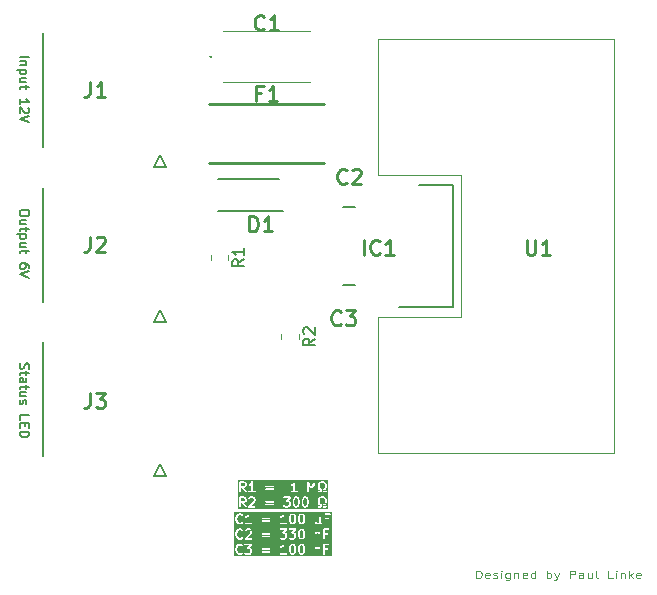
<source format=gbr>
%TF.GenerationSoftware,KiCad,Pcbnew,8.0.6*%
%TF.CreationDate,2024-11-13T20:54:41-08:00*%
%TF.ProjectId,Voltage_Regulator_for_ZX60-14LN-S+,566f6c74-6167-4655-9f52-6567756c6174,rev?*%
%TF.SameCoordinates,Original*%
%TF.FileFunction,Legend,Top*%
%TF.FilePolarity,Positive*%
%FSLAX46Y46*%
G04 Gerber Fmt 4.6, Leading zero omitted, Abs format (unit mm)*
G04 Created by KiCad (PCBNEW 8.0.6) date 2024-11-13 20:54:41*
%MOMM*%
%LPD*%
G01*
G04 APERTURE LIST*
%ADD10C,0.150000*%
%ADD11C,0.100000*%
%ADD12C,0.254000*%
%ADD13C,0.200000*%
%ADD14C,0.127000*%
%ADD15C,0.120000*%
G04 APERTURE END LIST*
D10*
X129405704Y-95441541D02*
X129405704Y-95593922D01*
X129405704Y-95593922D02*
X129367609Y-95670112D01*
X129367609Y-95670112D02*
X129291419Y-95746303D01*
X129291419Y-95746303D02*
X129139038Y-95784398D01*
X129139038Y-95784398D02*
X128872371Y-95784398D01*
X128872371Y-95784398D02*
X128719990Y-95746303D01*
X128719990Y-95746303D02*
X128643800Y-95670112D01*
X128643800Y-95670112D02*
X128605704Y-95593922D01*
X128605704Y-95593922D02*
X128605704Y-95441541D01*
X128605704Y-95441541D02*
X128643800Y-95365350D01*
X128643800Y-95365350D02*
X128719990Y-95289160D01*
X128719990Y-95289160D02*
X128872371Y-95251064D01*
X128872371Y-95251064D02*
X129139038Y-95251064D01*
X129139038Y-95251064D02*
X129291419Y-95289160D01*
X129291419Y-95289160D02*
X129367609Y-95365350D01*
X129367609Y-95365350D02*
X129405704Y-95441541D01*
X129139038Y-96470112D02*
X128605704Y-96470112D01*
X129139038Y-96127255D02*
X128719990Y-96127255D01*
X128719990Y-96127255D02*
X128643800Y-96165350D01*
X128643800Y-96165350D02*
X128605704Y-96241540D01*
X128605704Y-96241540D02*
X128605704Y-96355826D01*
X128605704Y-96355826D02*
X128643800Y-96432017D01*
X128643800Y-96432017D02*
X128681895Y-96470112D01*
X129139038Y-96736779D02*
X129139038Y-97041541D01*
X129405704Y-96851065D02*
X128719990Y-96851065D01*
X128719990Y-96851065D02*
X128643800Y-96889160D01*
X128643800Y-96889160D02*
X128605704Y-96965350D01*
X128605704Y-96965350D02*
X128605704Y-97041541D01*
X129139038Y-97308208D02*
X128339038Y-97308208D01*
X129100942Y-97308208D02*
X129139038Y-97384398D01*
X129139038Y-97384398D02*
X129139038Y-97536779D01*
X129139038Y-97536779D02*
X129100942Y-97612970D01*
X129100942Y-97612970D02*
X129062847Y-97651065D01*
X129062847Y-97651065D02*
X128986657Y-97689160D01*
X128986657Y-97689160D02*
X128758085Y-97689160D01*
X128758085Y-97689160D02*
X128681895Y-97651065D01*
X128681895Y-97651065D02*
X128643800Y-97612970D01*
X128643800Y-97612970D02*
X128605704Y-97536779D01*
X128605704Y-97536779D02*
X128605704Y-97384398D01*
X128605704Y-97384398D02*
X128643800Y-97308208D01*
X129139038Y-98374875D02*
X128605704Y-98374875D01*
X129139038Y-98032018D02*
X128719990Y-98032018D01*
X128719990Y-98032018D02*
X128643800Y-98070113D01*
X128643800Y-98070113D02*
X128605704Y-98146303D01*
X128605704Y-98146303D02*
X128605704Y-98260589D01*
X128605704Y-98260589D02*
X128643800Y-98336780D01*
X128643800Y-98336780D02*
X128681895Y-98374875D01*
X129139038Y-98641542D02*
X129139038Y-98946304D01*
X129405704Y-98755828D02*
X128719990Y-98755828D01*
X128719990Y-98755828D02*
X128643800Y-98793923D01*
X128643800Y-98793923D02*
X128605704Y-98870113D01*
X128605704Y-98870113D02*
X128605704Y-98946304D01*
X129405704Y-100165352D02*
X129405704Y-100012971D01*
X129405704Y-100012971D02*
X129367609Y-99936780D01*
X129367609Y-99936780D02*
X129329514Y-99898685D01*
X129329514Y-99898685D02*
X129215228Y-99822495D01*
X129215228Y-99822495D02*
X129062847Y-99784399D01*
X129062847Y-99784399D02*
X128758085Y-99784399D01*
X128758085Y-99784399D02*
X128681895Y-99822495D01*
X128681895Y-99822495D02*
X128643800Y-99860590D01*
X128643800Y-99860590D02*
X128605704Y-99936780D01*
X128605704Y-99936780D02*
X128605704Y-100089161D01*
X128605704Y-100089161D02*
X128643800Y-100165352D01*
X128643800Y-100165352D02*
X128681895Y-100203447D01*
X128681895Y-100203447D02*
X128758085Y-100241542D01*
X128758085Y-100241542D02*
X128948561Y-100241542D01*
X128948561Y-100241542D02*
X129024752Y-100203447D01*
X129024752Y-100203447D02*
X129062847Y-100165352D01*
X129062847Y-100165352D02*
X129100942Y-100089161D01*
X129100942Y-100089161D02*
X129100942Y-99936780D01*
X129100942Y-99936780D02*
X129062847Y-99860590D01*
X129062847Y-99860590D02*
X129024752Y-99822495D01*
X129024752Y-99822495D02*
X128948561Y-99784399D01*
X129405704Y-100470114D02*
X128605704Y-100736781D01*
X128605704Y-100736781D02*
X129405704Y-101003447D01*
D11*
X167256265Y-126421371D02*
X167256265Y-125821371D01*
X167256265Y-125821371D02*
X167446741Y-125821371D01*
X167446741Y-125821371D02*
X167561027Y-125849942D01*
X167561027Y-125849942D02*
X167637217Y-125907085D01*
X167637217Y-125907085D02*
X167675312Y-125964228D01*
X167675312Y-125964228D02*
X167713408Y-126078514D01*
X167713408Y-126078514D02*
X167713408Y-126164228D01*
X167713408Y-126164228D02*
X167675312Y-126278514D01*
X167675312Y-126278514D02*
X167637217Y-126335657D01*
X167637217Y-126335657D02*
X167561027Y-126392800D01*
X167561027Y-126392800D02*
X167446741Y-126421371D01*
X167446741Y-126421371D02*
X167256265Y-126421371D01*
X168361027Y-126392800D02*
X168284836Y-126421371D01*
X168284836Y-126421371D02*
X168132455Y-126421371D01*
X168132455Y-126421371D02*
X168056265Y-126392800D01*
X168056265Y-126392800D02*
X168018169Y-126335657D01*
X168018169Y-126335657D02*
X168018169Y-126107085D01*
X168018169Y-126107085D02*
X168056265Y-126049942D01*
X168056265Y-126049942D02*
X168132455Y-126021371D01*
X168132455Y-126021371D02*
X168284836Y-126021371D01*
X168284836Y-126021371D02*
X168361027Y-126049942D01*
X168361027Y-126049942D02*
X168399122Y-126107085D01*
X168399122Y-126107085D02*
X168399122Y-126164228D01*
X168399122Y-126164228D02*
X168018169Y-126221371D01*
X168703883Y-126392800D02*
X168780074Y-126421371D01*
X168780074Y-126421371D02*
X168932455Y-126421371D01*
X168932455Y-126421371D02*
X169008645Y-126392800D01*
X169008645Y-126392800D02*
X169046741Y-126335657D01*
X169046741Y-126335657D02*
X169046741Y-126307085D01*
X169046741Y-126307085D02*
X169008645Y-126249942D01*
X169008645Y-126249942D02*
X168932455Y-126221371D01*
X168932455Y-126221371D02*
X168818169Y-126221371D01*
X168818169Y-126221371D02*
X168741979Y-126192800D01*
X168741979Y-126192800D02*
X168703883Y-126135657D01*
X168703883Y-126135657D02*
X168703883Y-126107085D01*
X168703883Y-126107085D02*
X168741979Y-126049942D01*
X168741979Y-126049942D02*
X168818169Y-126021371D01*
X168818169Y-126021371D02*
X168932455Y-126021371D01*
X168932455Y-126021371D02*
X169008645Y-126049942D01*
X169389598Y-126421371D02*
X169389598Y-126021371D01*
X169389598Y-125821371D02*
X169351502Y-125849942D01*
X169351502Y-125849942D02*
X169389598Y-125878514D01*
X169389598Y-125878514D02*
X169427693Y-125849942D01*
X169427693Y-125849942D02*
X169389598Y-125821371D01*
X169389598Y-125821371D02*
X169389598Y-125878514D01*
X170113407Y-126021371D02*
X170113407Y-126507085D01*
X170113407Y-126507085D02*
X170075312Y-126564228D01*
X170075312Y-126564228D02*
X170037216Y-126592800D01*
X170037216Y-126592800D02*
X169961026Y-126621371D01*
X169961026Y-126621371D02*
X169846740Y-126621371D01*
X169846740Y-126621371D02*
X169770550Y-126592800D01*
X170113407Y-126392800D02*
X170037216Y-126421371D01*
X170037216Y-126421371D02*
X169884835Y-126421371D01*
X169884835Y-126421371D02*
X169808645Y-126392800D01*
X169808645Y-126392800D02*
X169770550Y-126364228D01*
X169770550Y-126364228D02*
X169732454Y-126307085D01*
X169732454Y-126307085D02*
X169732454Y-126135657D01*
X169732454Y-126135657D02*
X169770550Y-126078514D01*
X169770550Y-126078514D02*
X169808645Y-126049942D01*
X169808645Y-126049942D02*
X169884835Y-126021371D01*
X169884835Y-126021371D02*
X170037216Y-126021371D01*
X170037216Y-126021371D02*
X170113407Y-126049942D01*
X170494360Y-126021371D02*
X170494360Y-126421371D01*
X170494360Y-126078514D02*
X170532455Y-126049942D01*
X170532455Y-126049942D02*
X170608645Y-126021371D01*
X170608645Y-126021371D02*
X170722931Y-126021371D01*
X170722931Y-126021371D02*
X170799122Y-126049942D01*
X170799122Y-126049942D02*
X170837217Y-126107085D01*
X170837217Y-126107085D02*
X170837217Y-126421371D01*
X171522932Y-126392800D02*
X171446741Y-126421371D01*
X171446741Y-126421371D02*
X171294360Y-126421371D01*
X171294360Y-126421371D02*
X171218170Y-126392800D01*
X171218170Y-126392800D02*
X171180074Y-126335657D01*
X171180074Y-126335657D02*
X171180074Y-126107085D01*
X171180074Y-126107085D02*
X171218170Y-126049942D01*
X171218170Y-126049942D02*
X171294360Y-126021371D01*
X171294360Y-126021371D02*
X171446741Y-126021371D01*
X171446741Y-126021371D02*
X171522932Y-126049942D01*
X171522932Y-126049942D02*
X171561027Y-126107085D01*
X171561027Y-126107085D02*
X171561027Y-126164228D01*
X171561027Y-126164228D02*
X171180074Y-126221371D01*
X172246741Y-126421371D02*
X172246741Y-125821371D01*
X172246741Y-126392800D02*
X172170550Y-126421371D01*
X172170550Y-126421371D02*
X172018169Y-126421371D01*
X172018169Y-126421371D02*
X171941979Y-126392800D01*
X171941979Y-126392800D02*
X171903884Y-126364228D01*
X171903884Y-126364228D02*
X171865788Y-126307085D01*
X171865788Y-126307085D02*
X171865788Y-126135657D01*
X171865788Y-126135657D02*
X171903884Y-126078514D01*
X171903884Y-126078514D02*
X171941979Y-126049942D01*
X171941979Y-126049942D02*
X172018169Y-126021371D01*
X172018169Y-126021371D02*
X172170550Y-126021371D01*
X172170550Y-126021371D02*
X172246741Y-126049942D01*
X173237218Y-126421371D02*
X173237218Y-125821371D01*
X173237218Y-126049942D02*
X173313408Y-126021371D01*
X173313408Y-126021371D02*
X173465789Y-126021371D01*
X173465789Y-126021371D02*
X173541980Y-126049942D01*
X173541980Y-126049942D02*
X173580075Y-126078514D01*
X173580075Y-126078514D02*
X173618170Y-126135657D01*
X173618170Y-126135657D02*
X173618170Y-126307085D01*
X173618170Y-126307085D02*
X173580075Y-126364228D01*
X173580075Y-126364228D02*
X173541980Y-126392800D01*
X173541980Y-126392800D02*
X173465789Y-126421371D01*
X173465789Y-126421371D02*
X173313408Y-126421371D01*
X173313408Y-126421371D02*
X173237218Y-126392800D01*
X173884837Y-126021371D02*
X174075313Y-126421371D01*
X174265790Y-126021371D02*
X174075313Y-126421371D01*
X174075313Y-126421371D02*
X173999123Y-126564228D01*
X173999123Y-126564228D02*
X173961028Y-126592800D01*
X173961028Y-126592800D02*
X173884837Y-126621371D01*
X175180076Y-126421371D02*
X175180076Y-125821371D01*
X175180076Y-125821371D02*
X175484838Y-125821371D01*
X175484838Y-125821371D02*
X175561028Y-125849942D01*
X175561028Y-125849942D02*
X175599123Y-125878514D01*
X175599123Y-125878514D02*
X175637219Y-125935657D01*
X175637219Y-125935657D02*
X175637219Y-126021371D01*
X175637219Y-126021371D02*
X175599123Y-126078514D01*
X175599123Y-126078514D02*
X175561028Y-126107085D01*
X175561028Y-126107085D02*
X175484838Y-126135657D01*
X175484838Y-126135657D02*
X175180076Y-126135657D01*
X176322933Y-126421371D02*
X176322933Y-126107085D01*
X176322933Y-126107085D02*
X176284838Y-126049942D01*
X176284838Y-126049942D02*
X176208647Y-126021371D01*
X176208647Y-126021371D02*
X176056266Y-126021371D01*
X176056266Y-126021371D02*
X175980076Y-126049942D01*
X176322933Y-126392800D02*
X176246742Y-126421371D01*
X176246742Y-126421371D02*
X176056266Y-126421371D01*
X176056266Y-126421371D02*
X175980076Y-126392800D01*
X175980076Y-126392800D02*
X175941980Y-126335657D01*
X175941980Y-126335657D02*
X175941980Y-126278514D01*
X175941980Y-126278514D02*
X175980076Y-126221371D01*
X175980076Y-126221371D02*
X176056266Y-126192800D01*
X176056266Y-126192800D02*
X176246742Y-126192800D01*
X176246742Y-126192800D02*
X176322933Y-126164228D01*
X177046743Y-126021371D02*
X177046743Y-126421371D01*
X176703886Y-126021371D02*
X176703886Y-126335657D01*
X176703886Y-126335657D02*
X176741981Y-126392800D01*
X176741981Y-126392800D02*
X176818171Y-126421371D01*
X176818171Y-126421371D02*
X176932457Y-126421371D01*
X176932457Y-126421371D02*
X177008648Y-126392800D01*
X177008648Y-126392800D02*
X177046743Y-126364228D01*
X177541981Y-126421371D02*
X177465791Y-126392800D01*
X177465791Y-126392800D02*
X177427696Y-126335657D01*
X177427696Y-126335657D02*
X177427696Y-125821371D01*
X178837220Y-126421371D02*
X178456268Y-126421371D01*
X178456268Y-126421371D02*
X178456268Y-125821371D01*
X179103887Y-126421371D02*
X179103887Y-126021371D01*
X179103887Y-125821371D02*
X179065791Y-125849942D01*
X179065791Y-125849942D02*
X179103887Y-125878514D01*
X179103887Y-125878514D02*
X179141982Y-125849942D01*
X179141982Y-125849942D02*
X179103887Y-125821371D01*
X179103887Y-125821371D02*
X179103887Y-125878514D01*
X179484839Y-126021371D02*
X179484839Y-126421371D01*
X179484839Y-126078514D02*
X179522934Y-126049942D01*
X179522934Y-126049942D02*
X179599124Y-126021371D01*
X179599124Y-126021371D02*
X179713410Y-126021371D01*
X179713410Y-126021371D02*
X179789601Y-126049942D01*
X179789601Y-126049942D02*
X179827696Y-126107085D01*
X179827696Y-126107085D02*
X179827696Y-126421371D01*
X180208649Y-126421371D02*
X180208649Y-125821371D01*
X180284839Y-126192800D02*
X180513411Y-126421371D01*
X180513411Y-126021371D02*
X180208649Y-126249942D01*
X181161030Y-126392800D02*
X181084839Y-126421371D01*
X181084839Y-126421371D02*
X180932458Y-126421371D01*
X180932458Y-126421371D02*
X180856268Y-126392800D01*
X180856268Y-126392800D02*
X180818172Y-126335657D01*
X180818172Y-126335657D02*
X180818172Y-126107085D01*
X180818172Y-126107085D02*
X180856268Y-126049942D01*
X180856268Y-126049942D02*
X180932458Y-126021371D01*
X180932458Y-126021371D02*
X181084839Y-126021371D01*
X181084839Y-126021371D02*
X181161030Y-126049942D01*
X181161030Y-126049942D02*
X181199125Y-126107085D01*
X181199125Y-126107085D02*
X181199125Y-126164228D01*
X181199125Y-126164228D02*
X180818172Y-126221371D01*
D10*
G36*
X152082829Y-119694029D02*
G01*
X152103711Y-119714911D01*
X152132681Y-119772851D01*
X152166541Y-119908290D01*
X152166541Y-120080299D01*
X152132681Y-120215738D01*
X152103711Y-120273677D01*
X152082828Y-120294561D01*
X152033360Y-120319295D01*
X151992580Y-120319295D01*
X151943111Y-120294561D01*
X151922228Y-120273677D01*
X151893258Y-120215737D01*
X151859398Y-120080297D01*
X151859398Y-119908292D01*
X151893258Y-119772851D01*
X151922228Y-119714911D01*
X151943110Y-119694029D01*
X151992580Y-119669295D01*
X152033360Y-119669295D01*
X152082829Y-119694029D01*
G37*
G36*
X152844734Y-119694029D02*
G01*
X152865616Y-119714911D01*
X152894586Y-119772851D01*
X152928446Y-119908290D01*
X152928446Y-120080299D01*
X152894586Y-120215738D01*
X152865616Y-120273677D01*
X152844733Y-120294561D01*
X152795265Y-120319295D01*
X152754485Y-120319295D01*
X152705016Y-120294561D01*
X152684133Y-120273677D01*
X152655163Y-120215737D01*
X152621303Y-120080297D01*
X152621303Y-119908292D01*
X152655163Y-119772851D01*
X152684133Y-119714911D01*
X152705015Y-119694029D01*
X152754485Y-119669295D01*
X152795265Y-119669295D01*
X152844734Y-119694029D01*
G37*
G36*
X147625685Y-119694029D02*
G01*
X147646568Y-119714912D01*
X147671303Y-119764381D01*
X147671303Y-119843255D01*
X147646568Y-119892724D01*
X147625685Y-119913608D01*
X147576217Y-119938342D01*
X147364160Y-119938342D01*
X147364160Y-119669295D01*
X147576217Y-119669295D01*
X147625685Y-119694029D01*
G37*
G36*
X147625685Y-118406074D02*
G01*
X147646568Y-118426957D01*
X147671303Y-118476426D01*
X147671303Y-118555300D01*
X147646568Y-118604769D01*
X147625685Y-118625653D01*
X147576217Y-118650387D01*
X147364160Y-118650387D01*
X147364160Y-118381340D01*
X147576217Y-118381340D01*
X147625685Y-118406074D01*
G37*
G36*
X154691145Y-120558184D02*
G01*
X147125271Y-120558184D01*
X147125271Y-119594295D01*
X147214160Y-119594295D01*
X147214160Y-120394295D01*
X147215601Y-120408927D01*
X147226800Y-120435963D01*
X147247492Y-120456655D01*
X147274528Y-120467854D01*
X147303792Y-120467854D01*
X147330828Y-120456655D01*
X147351520Y-120435963D01*
X147362719Y-120408927D01*
X147364160Y-120394295D01*
X147364160Y-120088342D01*
X147440587Y-120088342D01*
X147684860Y-120437304D01*
X147694432Y-120448465D01*
X147719111Y-120464192D01*
X147747928Y-120469277D01*
X147776499Y-120462948D01*
X147800473Y-120446166D01*
X147816200Y-120421487D01*
X147821285Y-120392669D01*
X147818404Y-120379663D01*
X147939410Y-120379663D01*
X147939410Y-120408927D01*
X147950609Y-120435963D01*
X147971301Y-120456655D01*
X147998337Y-120467854D01*
X148012969Y-120469295D01*
X148508207Y-120469295D01*
X148522839Y-120467854D01*
X148549875Y-120456655D01*
X148570567Y-120435963D01*
X148581766Y-120408927D01*
X148581766Y-120379663D01*
X148570567Y-120352627D01*
X148549875Y-120331935D01*
X148522839Y-120320736D01*
X148508207Y-120319295D01*
X148194035Y-120319295D01*
X148324143Y-120189187D01*
X149387030Y-120189187D01*
X149387030Y-120218451D01*
X149398229Y-120245487D01*
X149418921Y-120266179D01*
X149445957Y-120277378D01*
X149460589Y-120278819D01*
X150070113Y-120278819D01*
X150084745Y-120277378D01*
X150111781Y-120266179D01*
X150132473Y-120245487D01*
X150143672Y-120218451D01*
X150143672Y-120189187D01*
X150132473Y-120162151D01*
X150111781Y-120141459D01*
X150084745Y-120130260D01*
X150070113Y-120128819D01*
X149460589Y-120128819D01*
X149445957Y-120130260D01*
X149418921Y-120141459D01*
X149398229Y-120162151D01*
X149387030Y-120189187D01*
X148324143Y-120189187D01*
X148523145Y-119990185D01*
X148532473Y-119978820D01*
X148533505Y-119976327D01*
X148535269Y-119974294D01*
X148541263Y-119960869D01*
X148541348Y-119960615D01*
X149387030Y-119960615D01*
X149387030Y-119989879D01*
X149398229Y-120016915D01*
X149418921Y-120037607D01*
X149445957Y-120048806D01*
X149460589Y-120050247D01*
X150070113Y-120050247D01*
X150084745Y-120048806D01*
X150111781Y-120037607D01*
X150132473Y-120016915D01*
X150143672Y-119989879D01*
X150143672Y-119960615D01*
X150132473Y-119933579D01*
X150111781Y-119912887D01*
X150084745Y-119901688D01*
X150070113Y-119900247D01*
X149460589Y-119900247D01*
X149445957Y-119901688D01*
X149418921Y-119912887D01*
X149398229Y-119933579D01*
X149387030Y-119960615D01*
X148541348Y-119960615D01*
X148579358Y-119846583D01*
X148581007Y-119839329D01*
X148581766Y-119837498D01*
X148582027Y-119834843D01*
X148582618Y-119832246D01*
X148582477Y-119830271D01*
X148583207Y-119822866D01*
X148583207Y-119746676D01*
X148581766Y-119732044D01*
X148580734Y-119729554D01*
X148580544Y-119726867D01*
X148575289Y-119713135D01*
X148537194Y-119636944D01*
X148533229Y-119630644D01*
X148532472Y-119628817D01*
X148530783Y-119626760D01*
X148529362Y-119624501D01*
X148527863Y-119623201D01*
X148523145Y-119617452D01*
X148485356Y-119579663D01*
X150910839Y-119579663D01*
X150910839Y-119608927D01*
X150922038Y-119635963D01*
X150942730Y-119656655D01*
X150969766Y-119667854D01*
X150984398Y-119669295D01*
X151314354Y-119669295D01*
X151156527Y-119849669D01*
X151152005Y-119855993D01*
X151150610Y-119857389D01*
X151150061Y-119858712D01*
X151147976Y-119861630D01*
X151144074Y-119873167D01*
X151139411Y-119884425D01*
X151139411Y-119886955D01*
X151138601Y-119889351D01*
X151139411Y-119901504D01*
X151139411Y-119913689D01*
X151140378Y-119916025D01*
X151140547Y-119918549D01*
X151145949Y-119929474D01*
X151150610Y-119940725D01*
X151152396Y-119942511D01*
X151153519Y-119944781D01*
X151162691Y-119952806D01*
X151171302Y-119961417D01*
X151173638Y-119962385D01*
X151175543Y-119964051D01*
X151187080Y-119967952D01*
X151198338Y-119972616D01*
X151201908Y-119972967D01*
X151203264Y-119973426D01*
X151205231Y-119973294D01*
X151212970Y-119974057D01*
X151309550Y-119974057D01*
X151359019Y-119998791D01*
X151379901Y-120019673D01*
X151404636Y-120069142D01*
X151404636Y-120224209D01*
X151379901Y-120273677D01*
X151359018Y-120294561D01*
X151309550Y-120319295D01*
X151116389Y-120319295D01*
X151066920Y-120294561D01*
X151037432Y-120265072D01*
X151026066Y-120255744D01*
X150999030Y-120244545D01*
X150969768Y-120244545D01*
X150942731Y-120255743D01*
X150922038Y-120276436D01*
X150910839Y-120303472D01*
X150910839Y-120332734D01*
X150922037Y-120359771D01*
X150931364Y-120371136D01*
X150969459Y-120409232D01*
X150975210Y-120413952D01*
X150976509Y-120415450D01*
X150978764Y-120416869D01*
X150980824Y-120418560D01*
X150982654Y-120419318D01*
X150988952Y-120423282D01*
X151065143Y-120461377D01*
X151078875Y-120466632D01*
X151081562Y-120466822D01*
X151084052Y-120467854D01*
X151098684Y-120469295D01*
X151327255Y-120469295D01*
X151341887Y-120467854D01*
X151344376Y-120466822D01*
X151347064Y-120466632D01*
X151360796Y-120461377D01*
X151436987Y-120423282D01*
X151443286Y-120419317D01*
X151445114Y-120418560D01*
X151447170Y-120416872D01*
X151449430Y-120415450D01*
X151450730Y-120413950D01*
X151456480Y-120409232D01*
X151494575Y-120371136D01*
X151499292Y-120365387D01*
X151500791Y-120364088D01*
X151502212Y-120361829D01*
X151503902Y-120359771D01*
X151504659Y-120357941D01*
X151508623Y-120351645D01*
X151546718Y-120275455D01*
X151551973Y-120261723D01*
X151552163Y-120259035D01*
X151553195Y-120256546D01*
X151554636Y-120241914D01*
X151554636Y-120051438D01*
X151553195Y-120036806D01*
X151552163Y-120034316D01*
X151551973Y-120031629D01*
X151546718Y-120017897D01*
X151508623Y-119941706D01*
X151504658Y-119935406D01*
X151503901Y-119933579D01*
X151502212Y-119931522D01*
X151500791Y-119929263D01*
X151499292Y-119927963D01*
X151494574Y-119922214D01*
X151471417Y-119899057D01*
X151709398Y-119899057D01*
X151709398Y-120089533D01*
X151709649Y-120092086D01*
X151709487Y-120093179D01*
X151710296Y-120098653D01*
X151710839Y-120104165D01*
X151711261Y-120105185D01*
X151711637Y-120107724D01*
X151749733Y-120260105D01*
X151750118Y-120261184D01*
X151750157Y-120261723D01*
X151752481Y-120267798D01*
X151754680Y-120273950D01*
X151755002Y-120274385D01*
X151755412Y-120275455D01*
X151793507Y-120351645D01*
X151797470Y-120357941D01*
X151798228Y-120359771D01*
X151799917Y-120361829D01*
X151801339Y-120364088D01*
X151802837Y-120365387D01*
X151807555Y-120371136D01*
X151845650Y-120409232D01*
X151851401Y-120413952D01*
X151852700Y-120415450D01*
X151854955Y-120416869D01*
X151857015Y-120418560D01*
X151858845Y-120419318D01*
X151865143Y-120423282D01*
X151941334Y-120461377D01*
X151955066Y-120466632D01*
X151957753Y-120466822D01*
X151960243Y-120467854D01*
X151974875Y-120469295D01*
X152051065Y-120469295D01*
X152065697Y-120467854D01*
X152068186Y-120466822D01*
X152070874Y-120466632D01*
X152084606Y-120461377D01*
X152160797Y-120423282D01*
X152167096Y-120419317D01*
X152168924Y-120418560D01*
X152170980Y-120416872D01*
X152173240Y-120415450D01*
X152174540Y-120413950D01*
X152180290Y-120409232D01*
X152218385Y-120371136D01*
X152223102Y-120365387D01*
X152224601Y-120364088D01*
X152226022Y-120361829D01*
X152227712Y-120359771D01*
X152228469Y-120357941D01*
X152232433Y-120351645D01*
X152270528Y-120275455D01*
X152270937Y-120274385D01*
X152271260Y-120273950D01*
X152273455Y-120267804D01*
X152275783Y-120261723D01*
X152275821Y-120261183D01*
X152276207Y-120260104D01*
X152314302Y-120107723D01*
X152314677Y-120105185D01*
X152315100Y-120104165D01*
X152315641Y-120098662D01*
X152316453Y-120093178D01*
X152316289Y-120092082D01*
X152316541Y-120089533D01*
X152316541Y-119899057D01*
X152471303Y-119899057D01*
X152471303Y-120089533D01*
X152471554Y-120092086D01*
X152471392Y-120093179D01*
X152472201Y-120098653D01*
X152472744Y-120104165D01*
X152473166Y-120105185D01*
X152473542Y-120107724D01*
X152511638Y-120260105D01*
X152512023Y-120261184D01*
X152512062Y-120261723D01*
X152514386Y-120267798D01*
X152516585Y-120273950D01*
X152516907Y-120274385D01*
X152517317Y-120275455D01*
X152555412Y-120351645D01*
X152559375Y-120357941D01*
X152560133Y-120359771D01*
X152561822Y-120361829D01*
X152563244Y-120364088D01*
X152564742Y-120365387D01*
X152569460Y-120371136D01*
X152607555Y-120409232D01*
X152613306Y-120413952D01*
X152614605Y-120415450D01*
X152616860Y-120416869D01*
X152618920Y-120418560D01*
X152620750Y-120419318D01*
X152627048Y-120423282D01*
X152703239Y-120461377D01*
X152716971Y-120466632D01*
X152719658Y-120466822D01*
X152722148Y-120467854D01*
X152736780Y-120469295D01*
X152812970Y-120469295D01*
X152827602Y-120467854D01*
X152830091Y-120466822D01*
X152832779Y-120466632D01*
X152846511Y-120461377D01*
X152922702Y-120423282D01*
X152929001Y-120419317D01*
X152930829Y-120418560D01*
X152932885Y-120416872D01*
X152935145Y-120415450D01*
X152936445Y-120413950D01*
X152942195Y-120409232D01*
X152980290Y-120371136D01*
X152985007Y-120365387D01*
X152986506Y-120364088D01*
X152987927Y-120361829D01*
X152989617Y-120359771D01*
X152990374Y-120357941D01*
X152994338Y-120351645D01*
X153032433Y-120275455D01*
X153032842Y-120274385D01*
X153033165Y-120273950D01*
X153035360Y-120267804D01*
X153037688Y-120261723D01*
X153037726Y-120261183D01*
X153038112Y-120260104D01*
X153076207Y-120107723D01*
X153076582Y-120105185D01*
X153077005Y-120104165D01*
X153077546Y-120098662D01*
X153078358Y-120093178D01*
X153078194Y-120092082D01*
X153078446Y-120089533D01*
X153078446Y-119899057D01*
X153078194Y-119896507D01*
X153078358Y-119895412D01*
X153077546Y-119889927D01*
X153077005Y-119884425D01*
X153076582Y-119883404D01*
X153076207Y-119880867D01*
X153061707Y-119822866D01*
X153842732Y-119822866D01*
X153842732Y-120013342D01*
X153843461Y-120020747D01*
X153843321Y-120022723D01*
X153843911Y-120025320D01*
X153844173Y-120027974D01*
X153844931Y-120029804D01*
X153846581Y-120037059D01*
X153884677Y-120151345D01*
X153890671Y-120164771D01*
X153892436Y-120166806D01*
X153893467Y-120169295D01*
X153902795Y-120180661D01*
X153978985Y-120256852D01*
X153984734Y-120261570D01*
X153986034Y-120263069D01*
X153988293Y-120264490D01*
X153990350Y-120266179D01*
X153992177Y-120266936D01*
X153998477Y-120270901D01*
X154033209Y-120288266D01*
X154033209Y-120319295D01*
X153917732Y-120319295D01*
X153903100Y-120320736D01*
X153876064Y-120331935D01*
X153855372Y-120352627D01*
X153844173Y-120379663D01*
X153844173Y-120408927D01*
X153855372Y-120435963D01*
X153876064Y-120456655D01*
X153903100Y-120467854D01*
X153917732Y-120469295D01*
X154108209Y-120469295D01*
X154122841Y-120467854D01*
X154149877Y-120456655D01*
X154170569Y-120435963D01*
X154181768Y-120408927D01*
X154181768Y-120408926D01*
X154183209Y-120394295D01*
X154183209Y-120241914D01*
X154182479Y-120234508D01*
X154182620Y-120232533D01*
X154182144Y-120231107D01*
X154181768Y-120227282D01*
X154177166Y-120216174D01*
X154173366Y-120204772D01*
X154171600Y-120202736D01*
X154170569Y-120200246D01*
X154162071Y-120191748D01*
X154154193Y-120182664D01*
X154150938Y-120180615D01*
X154149877Y-120179554D01*
X154148049Y-120178796D01*
X154141750Y-120174832D01*
X154076445Y-120142179D01*
X154021380Y-120087114D01*
X153992732Y-120001171D01*
X153992732Y-119835036D01*
X154021380Y-119749093D01*
X154072531Y-119697942D01*
X154158474Y-119669295D01*
X154286515Y-119669295D01*
X154372457Y-119697942D01*
X154423608Y-119749093D01*
X154452256Y-119835035D01*
X154452256Y-120001172D01*
X154423608Y-120087114D01*
X154368543Y-120142179D01*
X154303239Y-120174832D01*
X154296939Y-120178796D01*
X154295112Y-120179554D01*
X154294050Y-120180615D01*
X154290796Y-120182664D01*
X154282917Y-120191748D01*
X154274420Y-120200246D01*
X154273388Y-120202736D01*
X154271623Y-120204772D01*
X154267822Y-120216174D01*
X154263221Y-120227282D01*
X154262844Y-120231107D01*
X154262369Y-120232533D01*
X154262509Y-120234508D01*
X154261780Y-120241914D01*
X154261780Y-120394295D01*
X154263221Y-120408926D01*
X154263221Y-120408927D01*
X154274420Y-120435963D01*
X154295112Y-120456655D01*
X154322148Y-120467854D01*
X154336780Y-120469295D01*
X154527256Y-120469295D01*
X154541888Y-120467854D01*
X154568924Y-120456655D01*
X154589616Y-120435963D01*
X154600815Y-120408927D01*
X154600815Y-120379663D01*
X154589616Y-120352627D01*
X154568924Y-120331935D01*
X154541888Y-120320736D01*
X154527256Y-120319295D01*
X154411780Y-120319295D01*
X154411780Y-120288266D01*
X154446512Y-120270901D01*
X154452811Y-120266936D01*
X154454639Y-120266179D01*
X154456695Y-120264490D01*
X154458955Y-120263069D01*
X154460254Y-120261570D01*
X154466004Y-120256852D01*
X154542195Y-120180660D01*
X154551522Y-120169295D01*
X154552553Y-120166804D01*
X154554318Y-120164770D01*
X154560312Y-120151345D01*
X154598407Y-120037059D01*
X154600056Y-120029805D01*
X154600815Y-120027974D01*
X154601076Y-120025319D01*
X154601667Y-120022722D01*
X154601526Y-120020747D01*
X154602256Y-120013342D01*
X154602256Y-119822866D01*
X154601526Y-119815460D01*
X154601667Y-119813486D01*
X154601076Y-119810888D01*
X154600815Y-119808234D01*
X154600056Y-119806402D01*
X154598407Y-119799149D01*
X154560312Y-119684863D01*
X154554318Y-119671438D01*
X154552554Y-119669404D01*
X154551522Y-119666912D01*
X154542194Y-119655547D01*
X154466004Y-119579357D01*
X154454639Y-119570030D01*
X154452148Y-119568998D01*
X154450113Y-119567233D01*
X154436688Y-119561239D01*
X154322402Y-119523144D01*
X154315148Y-119521494D01*
X154313317Y-119520736D01*
X154310662Y-119520474D01*
X154308065Y-119519884D01*
X154306090Y-119520024D01*
X154298685Y-119519295D01*
X154146304Y-119519295D01*
X154138898Y-119520024D01*
X154136924Y-119519884D01*
X154134326Y-119520474D01*
X154131672Y-119520736D01*
X154129840Y-119521494D01*
X154122587Y-119523144D01*
X154008301Y-119561239D01*
X153994876Y-119567233D01*
X153992842Y-119568996D01*
X153990350Y-119570029D01*
X153978985Y-119579357D01*
X153902795Y-119655547D01*
X153893468Y-119666912D01*
X153892437Y-119669400D01*
X153890671Y-119671437D01*
X153884677Y-119684863D01*
X153846581Y-119799149D01*
X153844931Y-119806403D01*
X153844173Y-119808234D01*
X153843911Y-119810887D01*
X153843321Y-119813485D01*
X153843461Y-119815460D01*
X153842732Y-119822866D01*
X153061707Y-119822866D01*
X153038112Y-119728486D01*
X153037726Y-119727406D01*
X153037688Y-119726867D01*
X153035360Y-119720785D01*
X153033165Y-119714640D01*
X153032842Y-119714204D01*
X153032433Y-119713135D01*
X152994338Y-119636944D01*
X152990373Y-119630644D01*
X152989616Y-119628817D01*
X152987927Y-119626760D01*
X152986506Y-119624501D01*
X152985007Y-119623201D01*
X152980289Y-119617452D01*
X152942194Y-119579357D01*
X152936444Y-119574638D01*
X152935145Y-119573140D01*
X152932885Y-119571718D01*
X152930829Y-119570030D01*
X152929001Y-119569272D01*
X152922702Y-119565308D01*
X152846511Y-119527213D01*
X152832779Y-119521958D01*
X152830091Y-119521767D01*
X152827602Y-119520736D01*
X152812970Y-119519295D01*
X152736780Y-119519295D01*
X152722148Y-119520736D01*
X152719658Y-119521767D01*
X152716971Y-119521958D01*
X152703239Y-119527213D01*
X152627048Y-119565308D01*
X152620748Y-119569272D01*
X152618921Y-119570030D01*
X152616864Y-119571718D01*
X152614605Y-119573140D01*
X152613305Y-119574638D01*
X152607556Y-119579357D01*
X152569461Y-119617452D01*
X152564742Y-119623201D01*
X152563244Y-119624501D01*
X152561822Y-119626760D01*
X152560134Y-119628817D01*
X152559376Y-119630644D01*
X152555412Y-119636944D01*
X152517317Y-119713135D01*
X152516907Y-119714204D01*
X152516585Y-119714640D01*
X152514386Y-119720791D01*
X152512062Y-119726867D01*
X152512023Y-119727405D01*
X152511638Y-119728485D01*
X152473542Y-119880866D01*
X152473166Y-119883404D01*
X152472744Y-119884425D01*
X152472201Y-119889936D01*
X152471392Y-119895411D01*
X152471554Y-119896503D01*
X152471303Y-119899057D01*
X152316541Y-119899057D01*
X152316289Y-119896507D01*
X152316453Y-119895412D01*
X152315641Y-119889927D01*
X152315100Y-119884425D01*
X152314677Y-119883404D01*
X152314302Y-119880867D01*
X152276207Y-119728486D01*
X152275821Y-119727406D01*
X152275783Y-119726867D01*
X152273455Y-119720785D01*
X152271260Y-119714640D01*
X152270937Y-119714204D01*
X152270528Y-119713135D01*
X152232433Y-119636944D01*
X152228468Y-119630644D01*
X152227711Y-119628817D01*
X152226022Y-119626760D01*
X152224601Y-119624501D01*
X152223102Y-119623201D01*
X152218384Y-119617452D01*
X152180289Y-119579357D01*
X152174539Y-119574638D01*
X152173240Y-119573140D01*
X152170980Y-119571718D01*
X152168924Y-119570030D01*
X152167096Y-119569272D01*
X152160797Y-119565308D01*
X152084606Y-119527213D01*
X152070874Y-119521958D01*
X152068186Y-119521767D01*
X152065697Y-119520736D01*
X152051065Y-119519295D01*
X151974875Y-119519295D01*
X151960243Y-119520736D01*
X151957753Y-119521767D01*
X151955066Y-119521958D01*
X151941334Y-119527213D01*
X151865143Y-119565308D01*
X151858843Y-119569272D01*
X151857016Y-119570030D01*
X151854959Y-119571718D01*
X151852700Y-119573140D01*
X151851400Y-119574638D01*
X151845651Y-119579357D01*
X151807556Y-119617452D01*
X151802837Y-119623201D01*
X151801339Y-119624501D01*
X151799917Y-119626760D01*
X151798229Y-119628817D01*
X151797471Y-119630644D01*
X151793507Y-119636944D01*
X151755412Y-119713135D01*
X151755002Y-119714204D01*
X151754680Y-119714640D01*
X151752481Y-119720791D01*
X151750157Y-119726867D01*
X151750118Y-119727405D01*
X151749733Y-119728485D01*
X151711637Y-119880866D01*
X151711261Y-119883404D01*
X151710839Y-119884425D01*
X151710296Y-119889936D01*
X151709487Y-119895411D01*
X151709649Y-119896503D01*
X151709398Y-119899057D01*
X151471417Y-119899057D01*
X151456479Y-119884119D01*
X151450729Y-119879400D01*
X151449430Y-119877902D01*
X151447170Y-119876480D01*
X151445114Y-119874792D01*
X151443286Y-119874034D01*
X151436987Y-119870070D01*
X151368119Y-119835636D01*
X151536080Y-119643682D01*
X151540600Y-119637358D01*
X151541996Y-119635963D01*
X151542544Y-119634639D01*
X151544630Y-119631722D01*
X151548534Y-119620178D01*
X151553195Y-119608927D01*
X151553195Y-119606398D01*
X151554006Y-119604001D01*
X151553195Y-119591838D01*
X151553195Y-119579663D01*
X151552227Y-119577326D01*
X151552059Y-119574802D01*
X151546654Y-119563874D01*
X151541996Y-119552627D01*
X151540209Y-119550840D01*
X151539087Y-119548571D01*
X151529914Y-119540545D01*
X151521304Y-119531935D01*
X151518967Y-119530966D01*
X151517063Y-119529301D01*
X151505519Y-119525396D01*
X151494268Y-119520736D01*
X151490701Y-119520384D01*
X151489342Y-119519925D01*
X151487368Y-119520056D01*
X151479636Y-119519295D01*
X150984398Y-119519295D01*
X150969766Y-119520736D01*
X150942730Y-119531935D01*
X150922038Y-119552627D01*
X150910839Y-119579663D01*
X148485356Y-119579663D01*
X148485050Y-119579357D01*
X148479300Y-119574638D01*
X148478001Y-119573140D01*
X148475741Y-119571718D01*
X148473685Y-119570030D01*
X148471857Y-119569272D01*
X148465558Y-119565308D01*
X148389367Y-119527213D01*
X148375635Y-119521958D01*
X148372947Y-119521767D01*
X148370458Y-119520736D01*
X148355826Y-119519295D01*
X148165350Y-119519295D01*
X148150718Y-119520736D01*
X148148228Y-119521767D01*
X148145541Y-119521958D01*
X148131809Y-119527213D01*
X148055619Y-119565308D01*
X148049322Y-119569271D01*
X148047493Y-119570029D01*
X148045434Y-119571718D01*
X148043176Y-119573140D01*
X148041876Y-119574638D01*
X148036128Y-119579356D01*
X147998032Y-119617451D01*
X147988704Y-119628817D01*
X147977505Y-119655853D01*
X147977505Y-119685115D01*
X147988703Y-119712152D01*
X148009396Y-119732845D01*
X148036432Y-119744044D01*
X148065694Y-119744044D01*
X148092731Y-119732846D01*
X148104096Y-119723519D01*
X148133586Y-119694029D01*
X148183055Y-119669295D01*
X148338121Y-119669295D01*
X148387590Y-119694029D01*
X148408472Y-119714911D01*
X148433207Y-119764380D01*
X148433207Y-119810696D01*
X148404559Y-119896638D01*
X147959936Y-120341262D01*
X147950609Y-120352627D01*
X147939410Y-120379663D01*
X147818404Y-120379663D01*
X147814956Y-120364098D01*
X147807745Y-120351285D01*
X147620111Y-120083237D01*
X147627463Y-120080424D01*
X147703653Y-120042329D01*
X147709952Y-120038364D01*
X147711780Y-120037607D01*
X147713836Y-120035918D01*
X147716096Y-120034497D01*
X147717395Y-120032998D01*
X147723145Y-120028280D01*
X147761240Y-119990185D01*
X147765960Y-119984432D01*
X147767456Y-119983136D01*
X147768875Y-119980881D01*
X147770567Y-119978820D01*
X147771325Y-119976989D01*
X147775289Y-119970693D01*
X147813385Y-119894503D01*
X147818640Y-119880771D01*
X147818831Y-119878081D01*
X147819862Y-119875593D01*
X147821303Y-119860961D01*
X147821303Y-119746676D01*
X147819862Y-119732044D01*
X147818831Y-119729555D01*
X147818640Y-119726866D01*
X147813385Y-119713134D01*
X147775289Y-119636944D01*
X147771325Y-119630647D01*
X147770567Y-119628817D01*
X147768875Y-119626755D01*
X147767456Y-119624501D01*
X147765960Y-119623204D01*
X147761240Y-119617452D01*
X147723145Y-119579357D01*
X147717395Y-119574638D01*
X147716096Y-119573140D01*
X147713836Y-119571718D01*
X147711780Y-119570030D01*
X147709952Y-119569272D01*
X147703653Y-119565308D01*
X147627463Y-119527213D01*
X147613731Y-119521958D01*
X147611043Y-119521767D01*
X147608554Y-119520736D01*
X147593922Y-119519295D01*
X147289160Y-119519295D01*
X147274528Y-119520736D01*
X147247492Y-119531935D01*
X147226800Y-119552627D01*
X147215601Y-119579663D01*
X147214160Y-119594295D01*
X147125271Y-119594295D01*
X147125271Y-118306340D01*
X147214160Y-118306340D01*
X147214160Y-119106340D01*
X147215601Y-119120972D01*
X147226800Y-119148008D01*
X147247492Y-119168700D01*
X147274528Y-119179899D01*
X147303792Y-119179899D01*
X147330828Y-119168700D01*
X147351520Y-119148008D01*
X147362719Y-119120972D01*
X147364160Y-119106340D01*
X147364160Y-118800387D01*
X147440587Y-118800387D01*
X147684860Y-119149349D01*
X147694432Y-119160510D01*
X147719111Y-119176237D01*
X147747928Y-119181322D01*
X147776499Y-119174993D01*
X147800473Y-119158211D01*
X147816200Y-119133532D01*
X147821285Y-119104714D01*
X147814956Y-119076143D01*
X147807745Y-119063330D01*
X147620111Y-118795282D01*
X147627463Y-118792469D01*
X147703653Y-118754374D01*
X147709952Y-118750409D01*
X147711780Y-118749652D01*
X147713836Y-118747963D01*
X147716096Y-118746542D01*
X147717395Y-118745043D01*
X147723145Y-118740325D01*
X147761240Y-118702230D01*
X147765960Y-118696477D01*
X147767456Y-118695181D01*
X147768875Y-118692926D01*
X147770567Y-118690865D01*
X147771325Y-118689034D01*
X147775289Y-118682738D01*
X147813385Y-118606548D01*
X147818640Y-118592816D01*
X147818831Y-118590126D01*
X147819862Y-118587638D01*
X147821303Y-118573006D01*
X147821303Y-118525530D01*
X147976653Y-118525530D01*
X147978727Y-118554720D01*
X147991814Y-118580895D01*
X148013922Y-118600068D01*
X148041683Y-118609322D01*
X148070873Y-118607248D01*
X148084605Y-118601993D01*
X148160796Y-118563898D01*
X148167095Y-118559933D01*
X148168923Y-118559176D01*
X148170979Y-118557487D01*
X148173239Y-118556066D01*
X148174538Y-118554567D01*
X148180288Y-118549849D01*
X148204636Y-118525500D01*
X148204636Y-119031340D01*
X148051064Y-119031340D01*
X148036432Y-119032781D01*
X148009396Y-119043980D01*
X147988704Y-119064672D01*
X147977505Y-119091708D01*
X147977505Y-119120972D01*
X147988704Y-119148008D01*
X148009396Y-119168700D01*
X148036432Y-119179899D01*
X148051064Y-119181340D01*
X148508207Y-119181340D01*
X148522839Y-119179899D01*
X148549875Y-119168700D01*
X148570567Y-119148008D01*
X148581766Y-119120972D01*
X148581766Y-119091708D01*
X148570567Y-119064672D01*
X148549875Y-119043980D01*
X148522839Y-119032781D01*
X148508207Y-119031340D01*
X148354636Y-119031340D01*
X148354636Y-118901232D01*
X149387030Y-118901232D01*
X149387030Y-118930496D01*
X149398229Y-118957532D01*
X149418921Y-118978224D01*
X149445957Y-118989423D01*
X149460589Y-118990864D01*
X150070113Y-118990864D01*
X150084745Y-118989423D01*
X150111781Y-118978224D01*
X150132473Y-118957532D01*
X150143672Y-118930496D01*
X150143672Y-118901232D01*
X150132473Y-118874196D01*
X150111781Y-118853504D01*
X150084745Y-118842305D01*
X150070113Y-118840864D01*
X149460589Y-118840864D01*
X149445957Y-118842305D01*
X149418921Y-118853504D01*
X149398229Y-118874196D01*
X149387030Y-118901232D01*
X148354636Y-118901232D01*
X148354636Y-118672660D01*
X149387030Y-118672660D01*
X149387030Y-118701924D01*
X149398229Y-118728960D01*
X149418921Y-118749652D01*
X149445957Y-118760851D01*
X149460589Y-118762292D01*
X150070113Y-118762292D01*
X150084745Y-118760851D01*
X150111781Y-118749652D01*
X150132473Y-118728960D01*
X150143672Y-118701924D01*
X150143672Y-118672660D01*
X150132473Y-118645624D01*
X150111781Y-118624932D01*
X150084745Y-118613733D01*
X150070113Y-118612292D01*
X149460589Y-118612292D01*
X149445957Y-118613733D01*
X149418921Y-118624932D01*
X149398229Y-118645624D01*
X149387030Y-118672660D01*
X148354636Y-118672660D01*
X148354636Y-118525530D01*
X151557606Y-118525530D01*
X151559680Y-118554720D01*
X151572767Y-118580895D01*
X151594875Y-118600068D01*
X151622636Y-118609322D01*
X151651826Y-118607248D01*
X151665558Y-118601993D01*
X151741749Y-118563898D01*
X151748048Y-118559933D01*
X151749876Y-118559176D01*
X151751932Y-118557487D01*
X151754192Y-118556066D01*
X151755491Y-118554567D01*
X151761241Y-118549849D01*
X151785589Y-118525500D01*
X151785589Y-119031340D01*
X151632017Y-119031340D01*
X151617385Y-119032781D01*
X151590349Y-119043980D01*
X151569657Y-119064672D01*
X151558458Y-119091708D01*
X151558458Y-119120972D01*
X151569657Y-119148008D01*
X151590349Y-119168700D01*
X151617385Y-119179899D01*
X151632017Y-119181340D01*
X152089160Y-119181340D01*
X152103792Y-119179899D01*
X152130828Y-119168700D01*
X152151520Y-119148008D01*
X152162719Y-119120972D01*
X152162719Y-119091708D01*
X152151520Y-119064672D01*
X152130828Y-119043980D01*
X152103792Y-119032781D01*
X152089160Y-119031340D01*
X151935589Y-119031340D01*
X151935589Y-118306340D01*
X152966542Y-118306340D01*
X152966542Y-119106340D01*
X152967983Y-119120972D01*
X152979182Y-119148008D01*
X152999874Y-119168700D01*
X153026910Y-119179899D01*
X153056174Y-119179899D01*
X153083210Y-119168700D01*
X153103902Y-119148008D01*
X153115101Y-119120972D01*
X153116542Y-119106340D01*
X153116542Y-118644408D01*
X153240244Y-118909485D01*
X153243418Y-118914844D01*
X153244078Y-118916657D01*
X153245252Y-118917939D01*
X153247738Y-118922135D01*
X153256147Y-118929835D01*
X153263842Y-118938238D01*
X153266860Y-118939646D01*
X153269319Y-118941898D01*
X153280031Y-118945793D01*
X153290360Y-118950614D01*
X153293688Y-118950760D01*
X153296820Y-118951899D01*
X153308214Y-118951398D01*
X153319596Y-118951898D01*
X153322724Y-118950760D01*
X153326056Y-118950614D01*
X153336391Y-118945790D01*
X153347097Y-118941898D01*
X153349552Y-118939648D01*
X153352574Y-118938239D01*
X153360275Y-118929828D01*
X153368678Y-118922134D01*
X153371161Y-118917941D01*
X153372338Y-118916657D01*
X153372998Y-118914841D01*
X153376172Y-118909484D01*
X153499875Y-118644406D01*
X153499875Y-119106340D01*
X153501316Y-119120972D01*
X153512515Y-119148008D01*
X153533207Y-119168700D01*
X153560243Y-119179899D01*
X153589507Y-119179899D01*
X153616543Y-119168700D01*
X153637235Y-119148008D01*
X153648434Y-119120972D01*
X153649875Y-119106340D01*
X153649875Y-118534911D01*
X153842732Y-118534911D01*
X153842732Y-118725387D01*
X153843461Y-118732792D01*
X153843321Y-118734768D01*
X153843911Y-118737365D01*
X153844173Y-118740019D01*
X153844931Y-118741849D01*
X153846581Y-118749104D01*
X153884677Y-118863390D01*
X153890671Y-118876816D01*
X153892436Y-118878851D01*
X153893467Y-118881340D01*
X153902795Y-118892706D01*
X153978985Y-118968897D01*
X153984734Y-118973615D01*
X153986034Y-118975114D01*
X153988293Y-118976535D01*
X153990350Y-118978224D01*
X153992177Y-118978981D01*
X153998477Y-118982946D01*
X154033209Y-119000311D01*
X154033209Y-119031340D01*
X153917732Y-119031340D01*
X153903100Y-119032781D01*
X153876064Y-119043980D01*
X153855372Y-119064672D01*
X153844173Y-119091708D01*
X153844173Y-119120972D01*
X153855372Y-119148008D01*
X153876064Y-119168700D01*
X153903100Y-119179899D01*
X153917732Y-119181340D01*
X154108209Y-119181340D01*
X154122841Y-119179899D01*
X154149877Y-119168700D01*
X154170569Y-119148008D01*
X154181768Y-119120972D01*
X154183209Y-119106340D01*
X154183209Y-118953959D01*
X154182479Y-118946553D01*
X154182620Y-118944578D01*
X154182144Y-118943152D01*
X154181768Y-118939327D01*
X154177166Y-118928219D01*
X154173366Y-118916817D01*
X154171600Y-118914781D01*
X154170569Y-118912291D01*
X154162071Y-118903793D01*
X154154193Y-118894709D01*
X154150938Y-118892660D01*
X154149877Y-118891599D01*
X154148049Y-118890841D01*
X154141750Y-118886877D01*
X154076445Y-118854224D01*
X154021380Y-118799159D01*
X153992732Y-118713216D01*
X153992732Y-118547081D01*
X154021380Y-118461138D01*
X154072531Y-118409987D01*
X154158474Y-118381340D01*
X154286515Y-118381340D01*
X154372457Y-118409987D01*
X154423608Y-118461138D01*
X154452256Y-118547080D01*
X154452256Y-118713217D01*
X154423608Y-118799159D01*
X154368543Y-118854224D01*
X154303239Y-118886877D01*
X154296939Y-118890841D01*
X154295112Y-118891599D01*
X154294050Y-118892660D01*
X154290796Y-118894709D01*
X154282917Y-118903793D01*
X154274420Y-118912291D01*
X154273388Y-118914781D01*
X154271623Y-118916817D01*
X154267822Y-118928219D01*
X154263221Y-118939327D01*
X154262844Y-118943152D01*
X154262369Y-118944578D01*
X154262509Y-118946553D01*
X154261780Y-118953959D01*
X154261780Y-119106340D01*
X154263221Y-119120972D01*
X154274420Y-119148008D01*
X154295112Y-119168700D01*
X154322148Y-119179899D01*
X154336780Y-119181340D01*
X154527256Y-119181340D01*
X154541888Y-119179899D01*
X154568924Y-119168700D01*
X154589616Y-119148008D01*
X154600815Y-119120972D01*
X154600815Y-119091708D01*
X154589616Y-119064672D01*
X154568924Y-119043980D01*
X154541888Y-119032781D01*
X154527256Y-119031340D01*
X154411780Y-119031340D01*
X154411780Y-119000311D01*
X154446512Y-118982946D01*
X154452811Y-118978981D01*
X154454639Y-118978224D01*
X154456695Y-118976535D01*
X154458955Y-118975114D01*
X154460254Y-118973615D01*
X154466004Y-118968897D01*
X154542195Y-118892705D01*
X154551522Y-118881340D01*
X154552553Y-118878849D01*
X154554318Y-118876815D01*
X154560312Y-118863390D01*
X154598407Y-118749104D01*
X154600056Y-118741850D01*
X154600815Y-118740019D01*
X154601076Y-118737364D01*
X154601667Y-118734767D01*
X154601526Y-118732792D01*
X154602256Y-118725387D01*
X154602256Y-118534911D01*
X154601526Y-118527505D01*
X154601667Y-118525531D01*
X154601076Y-118522933D01*
X154600815Y-118520279D01*
X154600056Y-118518447D01*
X154598407Y-118511194D01*
X154560312Y-118396908D01*
X154554318Y-118383483D01*
X154552554Y-118381449D01*
X154551522Y-118378957D01*
X154542194Y-118367592D01*
X154466004Y-118291402D01*
X154454639Y-118282075D01*
X154452148Y-118281043D01*
X154450113Y-118279278D01*
X154436688Y-118273284D01*
X154322402Y-118235189D01*
X154315148Y-118233539D01*
X154313317Y-118232781D01*
X154310662Y-118232519D01*
X154308065Y-118231929D01*
X154306090Y-118232069D01*
X154298685Y-118231340D01*
X154146304Y-118231340D01*
X154138898Y-118232069D01*
X154136924Y-118231929D01*
X154134326Y-118232519D01*
X154131672Y-118232781D01*
X154129840Y-118233539D01*
X154122587Y-118235189D01*
X154008301Y-118273284D01*
X153994876Y-118279278D01*
X153992842Y-118281041D01*
X153990350Y-118282074D01*
X153978985Y-118291402D01*
X153902795Y-118367592D01*
X153893468Y-118378957D01*
X153892437Y-118381445D01*
X153890671Y-118383482D01*
X153884677Y-118396908D01*
X153846581Y-118511194D01*
X153844931Y-118518448D01*
X153844173Y-118520279D01*
X153843911Y-118522932D01*
X153843321Y-118525530D01*
X153843461Y-118527505D01*
X153842732Y-118534911D01*
X153649875Y-118534911D01*
X153649875Y-118306340D01*
X153648927Y-118296718D01*
X153649005Y-118294952D01*
X153648660Y-118294003D01*
X153648434Y-118291708D01*
X153643452Y-118279681D01*
X153639005Y-118267451D01*
X153637875Y-118266217D01*
X153637235Y-118264672D01*
X153628029Y-118255466D01*
X153619241Y-118245870D01*
X153617725Y-118245162D01*
X153616543Y-118243980D01*
X153604521Y-118239000D01*
X153592723Y-118233494D01*
X153591051Y-118233420D01*
X153589507Y-118232781D01*
X153576488Y-118232781D01*
X153563487Y-118232210D01*
X153561917Y-118232781D01*
X153560243Y-118232781D01*
X153548216Y-118237762D01*
X153535986Y-118242210D01*
X153534752Y-118243339D01*
X153533207Y-118243980D01*
X153524001Y-118253185D01*
X153514405Y-118261974D01*
X153513230Y-118263956D01*
X153512515Y-118264672D01*
X153511836Y-118266308D01*
X153506911Y-118274624D01*
X153308208Y-118700414D01*
X153109506Y-118274624D01*
X153104580Y-118266308D01*
X153103902Y-118264672D01*
X153103186Y-118263956D01*
X153102012Y-118261974D01*
X153092415Y-118253185D01*
X153083210Y-118243980D01*
X153081664Y-118243339D01*
X153080431Y-118242210D01*
X153068200Y-118237762D01*
X153056174Y-118232781D01*
X153054500Y-118232781D01*
X153052930Y-118232210D01*
X153039929Y-118232781D01*
X153026910Y-118232781D01*
X153025365Y-118233420D01*
X153023694Y-118233494D01*
X153011895Y-118239000D01*
X152999874Y-118243980D01*
X152998691Y-118245162D01*
X152997176Y-118245870D01*
X152988387Y-118255466D01*
X152979182Y-118264672D01*
X152978541Y-118266217D01*
X152977412Y-118267451D01*
X152972964Y-118279681D01*
X152967983Y-118291708D01*
X152967756Y-118294003D01*
X152967412Y-118294952D01*
X152967489Y-118296718D01*
X152966542Y-118306340D01*
X151935589Y-118306340D01*
X151935583Y-118306287D01*
X151935589Y-118306262D01*
X151935573Y-118306186D01*
X151934148Y-118291708D01*
X151931306Y-118284847D01*
X151929850Y-118277567D01*
X151925761Y-118271461D01*
X151922949Y-118264672D01*
X151917698Y-118259421D01*
X151913567Y-118253252D01*
X151907452Y-118249175D01*
X151902257Y-118243980D01*
X151895396Y-118241138D01*
X151889218Y-118237019D01*
X151882009Y-118235592D01*
X151875221Y-118232781D01*
X151867795Y-118232781D01*
X151860511Y-118231340D01*
X151853306Y-118232781D01*
X151845957Y-118232781D01*
X151839096Y-118235622D01*
X151831816Y-118237079D01*
X151825710Y-118241167D01*
X151818921Y-118243980D01*
X151813670Y-118249230D01*
X151807501Y-118253362D01*
X151798280Y-118264620D01*
X151798229Y-118264672D01*
X151798219Y-118264694D01*
X151798185Y-118264737D01*
X151726112Y-118372845D01*
X151663780Y-118435176D01*
X151598476Y-118467829D01*
X151586033Y-118475661D01*
X151566860Y-118497769D01*
X151557606Y-118525530D01*
X148354636Y-118525530D01*
X148354636Y-118306340D01*
X148354630Y-118306287D01*
X148354636Y-118306262D01*
X148354620Y-118306186D01*
X148353195Y-118291708D01*
X148350353Y-118284847D01*
X148348897Y-118277567D01*
X148344808Y-118271461D01*
X148341996Y-118264672D01*
X148336745Y-118259421D01*
X148332614Y-118253252D01*
X148326499Y-118249175D01*
X148321304Y-118243980D01*
X148314443Y-118241138D01*
X148308265Y-118237019D01*
X148301056Y-118235592D01*
X148294268Y-118232781D01*
X148286842Y-118232781D01*
X148279558Y-118231340D01*
X148272353Y-118232781D01*
X148265004Y-118232781D01*
X148258143Y-118235622D01*
X148250863Y-118237079D01*
X148244757Y-118241167D01*
X148237968Y-118243980D01*
X148232717Y-118249230D01*
X148226548Y-118253362D01*
X148217327Y-118264620D01*
X148217276Y-118264672D01*
X148217266Y-118264694D01*
X148217232Y-118264737D01*
X148145159Y-118372845D01*
X148082827Y-118435176D01*
X148017523Y-118467829D01*
X148005080Y-118475661D01*
X147985907Y-118497769D01*
X147976653Y-118525530D01*
X147821303Y-118525530D01*
X147821303Y-118458721D01*
X147819862Y-118444089D01*
X147818831Y-118441600D01*
X147818640Y-118438911D01*
X147813385Y-118425179D01*
X147775289Y-118348989D01*
X147771325Y-118342692D01*
X147770567Y-118340862D01*
X147768875Y-118338800D01*
X147767456Y-118336546D01*
X147765960Y-118335249D01*
X147761240Y-118329497D01*
X147723145Y-118291402D01*
X147717395Y-118286683D01*
X147716096Y-118285185D01*
X147713836Y-118283763D01*
X147711780Y-118282075D01*
X147709952Y-118281317D01*
X147703653Y-118277353D01*
X147627463Y-118239258D01*
X147613731Y-118234003D01*
X147611043Y-118233812D01*
X147608554Y-118232781D01*
X147593922Y-118231340D01*
X147289160Y-118231340D01*
X147274528Y-118232781D01*
X147247492Y-118243980D01*
X147226800Y-118264672D01*
X147215601Y-118291708D01*
X147214160Y-118306340D01*
X147125271Y-118306340D01*
X147125271Y-118142451D01*
X154691145Y-118142451D01*
X154691145Y-120558184D01*
G37*
X128643800Y-108251064D02*
X128605704Y-108365350D01*
X128605704Y-108365350D02*
X128605704Y-108555826D01*
X128605704Y-108555826D02*
X128643800Y-108632017D01*
X128643800Y-108632017D02*
X128681895Y-108670112D01*
X128681895Y-108670112D02*
X128758085Y-108708207D01*
X128758085Y-108708207D02*
X128834276Y-108708207D01*
X128834276Y-108708207D02*
X128910466Y-108670112D01*
X128910466Y-108670112D02*
X128948561Y-108632017D01*
X128948561Y-108632017D02*
X128986657Y-108555826D01*
X128986657Y-108555826D02*
X129024752Y-108403445D01*
X129024752Y-108403445D02*
X129062847Y-108327255D01*
X129062847Y-108327255D02*
X129100942Y-108289160D01*
X129100942Y-108289160D02*
X129177133Y-108251064D01*
X129177133Y-108251064D02*
X129253323Y-108251064D01*
X129253323Y-108251064D02*
X129329514Y-108289160D01*
X129329514Y-108289160D02*
X129367609Y-108327255D01*
X129367609Y-108327255D02*
X129405704Y-108403445D01*
X129405704Y-108403445D02*
X129405704Y-108593922D01*
X129405704Y-108593922D02*
X129367609Y-108708207D01*
X129139038Y-108936779D02*
X129139038Y-109241541D01*
X129405704Y-109051065D02*
X128719990Y-109051065D01*
X128719990Y-109051065D02*
X128643800Y-109089160D01*
X128643800Y-109089160D02*
X128605704Y-109165350D01*
X128605704Y-109165350D02*
X128605704Y-109241541D01*
X128605704Y-109851065D02*
X129024752Y-109851065D01*
X129024752Y-109851065D02*
X129100942Y-109812970D01*
X129100942Y-109812970D02*
X129139038Y-109736779D01*
X129139038Y-109736779D02*
X129139038Y-109584398D01*
X129139038Y-109584398D02*
X129100942Y-109508208D01*
X128643800Y-109851065D02*
X128605704Y-109774874D01*
X128605704Y-109774874D02*
X128605704Y-109584398D01*
X128605704Y-109584398D02*
X128643800Y-109508208D01*
X128643800Y-109508208D02*
X128719990Y-109470112D01*
X128719990Y-109470112D02*
X128796180Y-109470112D01*
X128796180Y-109470112D02*
X128872371Y-109508208D01*
X128872371Y-109508208D02*
X128910466Y-109584398D01*
X128910466Y-109584398D02*
X128910466Y-109774874D01*
X128910466Y-109774874D02*
X128948561Y-109851065D01*
X129139038Y-110117732D02*
X129139038Y-110422494D01*
X129405704Y-110232018D02*
X128719990Y-110232018D01*
X128719990Y-110232018D02*
X128643800Y-110270113D01*
X128643800Y-110270113D02*
X128605704Y-110346303D01*
X128605704Y-110346303D02*
X128605704Y-110422494D01*
X129139038Y-111032018D02*
X128605704Y-111032018D01*
X129139038Y-110689161D02*
X128719990Y-110689161D01*
X128719990Y-110689161D02*
X128643800Y-110727256D01*
X128643800Y-110727256D02*
X128605704Y-110803446D01*
X128605704Y-110803446D02*
X128605704Y-110917732D01*
X128605704Y-110917732D02*
X128643800Y-110993923D01*
X128643800Y-110993923D02*
X128681895Y-111032018D01*
X128643800Y-111374875D02*
X128605704Y-111451066D01*
X128605704Y-111451066D02*
X128605704Y-111603447D01*
X128605704Y-111603447D02*
X128643800Y-111679637D01*
X128643800Y-111679637D02*
X128719990Y-111717733D01*
X128719990Y-111717733D02*
X128758085Y-111717733D01*
X128758085Y-111717733D02*
X128834276Y-111679637D01*
X128834276Y-111679637D02*
X128872371Y-111603447D01*
X128872371Y-111603447D02*
X128872371Y-111489161D01*
X128872371Y-111489161D02*
X128910466Y-111412971D01*
X128910466Y-111412971D02*
X128986657Y-111374875D01*
X128986657Y-111374875D02*
X129024752Y-111374875D01*
X129024752Y-111374875D02*
X129100942Y-111412971D01*
X129100942Y-111412971D02*
X129139038Y-111489161D01*
X129139038Y-111489161D02*
X129139038Y-111603447D01*
X129139038Y-111603447D02*
X129100942Y-111679637D01*
X128605704Y-113051066D02*
X128605704Y-112670114D01*
X128605704Y-112670114D02*
X129405704Y-112670114D01*
X129024752Y-113317733D02*
X129024752Y-113584399D01*
X128605704Y-113698685D02*
X128605704Y-113317733D01*
X128605704Y-113317733D02*
X129405704Y-113317733D01*
X129405704Y-113317733D02*
X129405704Y-113698685D01*
X128605704Y-114041543D02*
X129405704Y-114041543D01*
X129405704Y-114041543D02*
X129405704Y-114232019D01*
X129405704Y-114232019D02*
X129367609Y-114346305D01*
X129367609Y-114346305D02*
X129291419Y-114422495D01*
X129291419Y-114422495D02*
X129215228Y-114460590D01*
X129215228Y-114460590D02*
X129062847Y-114498686D01*
X129062847Y-114498686D02*
X128948561Y-114498686D01*
X128948561Y-114498686D02*
X128796180Y-114460590D01*
X128796180Y-114460590D02*
X128719990Y-114422495D01*
X128719990Y-114422495D02*
X128643800Y-114346305D01*
X128643800Y-114346305D02*
X128605704Y-114232019D01*
X128605704Y-114232019D02*
X128605704Y-114041543D01*
X128605704Y-82289160D02*
X129405704Y-82289160D01*
X129139038Y-82670112D02*
X128605704Y-82670112D01*
X129062847Y-82670112D02*
X129100942Y-82708207D01*
X129100942Y-82708207D02*
X129139038Y-82784397D01*
X129139038Y-82784397D02*
X129139038Y-82898683D01*
X129139038Y-82898683D02*
X129100942Y-82974874D01*
X129100942Y-82974874D02*
X129024752Y-83012969D01*
X129024752Y-83012969D02*
X128605704Y-83012969D01*
X129139038Y-83393922D02*
X128339038Y-83393922D01*
X129100942Y-83393922D02*
X129139038Y-83470112D01*
X129139038Y-83470112D02*
X129139038Y-83622493D01*
X129139038Y-83622493D02*
X129100942Y-83698684D01*
X129100942Y-83698684D02*
X129062847Y-83736779D01*
X129062847Y-83736779D02*
X128986657Y-83774874D01*
X128986657Y-83774874D02*
X128758085Y-83774874D01*
X128758085Y-83774874D02*
X128681895Y-83736779D01*
X128681895Y-83736779D02*
X128643800Y-83698684D01*
X128643800Y-83698684D02*
X128605704Y-83622493D01*
X128605704Y-83622493D02*
X128605704Y-83470112D01*
X128605704Y-83470112D02*
X128643800Y-83393922D01*
X129139038Y-84460589D02*
X128605704Y-84460589D01*
X129139038Y-84117732D02*
X128719990Y-84117732D01*
X128719990Y-84117732D02*
X128643800Y-84155827D01*
X128643800Y-84155827D02*
X128605704Y-84232017D01*
X128605704Y-84232017D02*
X128605704Y-84346303D01*
X128605704Y-84346303D02*
X128643800Y-84422494D01*
X128643800Y-84422494D02*
X128681895Y-84460589D01*
X129139038Y-84727256D02*
X129139038Y-85032018D01*
X129405704Y-84841542D02*
X128719990Y-84841542D01*
X128719990Y-84841542D02*
X128643800Y-84879637D01*
X128643800Y-84879637D02*
X128605704Y-84955827D01*
X128605704Y-84955827D02*
X128605704Y-85032018D01*
X128605704Y-86327256D02*
X128605704Y-85870113D01*
X128605704Y-86098685D02*
X129405704Y-86098685D01*
X129405704Y-86098685D02*
X129291419Y-86022494D01*
X129291419Y-86022494D02*
X129215228Y-85946304D01*
X129215228Y-85946304D02*
X129177133Y-85870113D01*
X129329514Y-86632018D02*
X129367609Y-86670114D01*
X129367609Y-86670114D02*
X129405704Y-86746304D01*
X129405704Y-86746304D02*
X129405704Y-86936780D01*
X129405704Y-86936780D02*
X129367609Y-87012971D01*
X129367609Y-87012971D02*
X129329514Y-87051066D01*
X129329514Y-87051066D02*
X129253323Y-87089161D01*
X129253323Y-87089161D02*
X129177133Y-87089161D01*
X129177133Y-87089161D02*
X129062847Y-87051066D01*
X129062847Y-87051066D02*
X128605704Y-86593923D01*
X128605704Y-86593923D02*
X128605704Y-87089161D01*
X129405704Y-87317733D02*
X128605704Y-87584400D01*
X128605704Y-87584400D02*
X129405704Y-87851066D01*
G36*
X151778068Y-123694029D02*
G01*
X151798950Y-123714911D01*
X151827920Y-123772851D01*
X151861780Y-123908290D01*
X151861780Y-124080299D01*
X151827920Y-124215738D01*
X151798950Y-124273677D01*
X151778067Y-124294561D01*
X151728599Y-124319295D01*
X151687819Y-124319295D01*
X151638350Y-124294561D01*
X151617467Y-124273677D01*
X151588497Y-124215737D01*
X151554637Y-124080297D01*
X151554637Y-123908292D01*
X151588497Y-123772851D01*
X151617467Y-123714911D01*
X151638349Y-123694029D01*
X151687819Y-123669295D01*
X151728599Y-123669295D01*
X151778068Y-123694029D01*
G37*
G36*
X152539973Y-123694029D02*
G01*
X152560855Y-123714911D01*
X152589825Y-123772851D01*
X152623685Y-123908290D01*
X152623685Y-124080299D01*
X152589825Y-124215738D01*
X152560855Y-124273677D01*
X152539972Y-124294561D01*
X152490504Y-124319295D01*
X152449724Y-124319295D01*
X152400255Y-124294561D01*
X152379372Y-124273677D01*
X152350402Y-124215737D01*
X152316542Y-124080297D01*
X152316542Y-123908292D01*
X152350402Y-123772851D01*
X152379372Y-123714911D01*
X152400254Y-123694029D01*
X152449724Y-123669295D01*
X152490504Y-123669295D01*
X152539973Y-123694029D01*
G37*
G36*
X152539973Y-122406074D02*
G01*
X152560855Y-122426956D01*
X152589825Y-122484896D01*
X152623685Y-122620335D01*
X152623685Y-122792344D01*
X152589825Y-122927783D01*
X152560855Y-122985722D01*
X152539972Y-123006606D01*
X152490504Y-123031340D01*
X152449724Y-123031340D01*
X152400255Y-123006606D01*
X152379372Y-122985722D01*
X152350402Y-122927782D01*
X152316542Y-122792342D01*
X152316542Y-122620337D01*
X152350402Y-122484896D01*
X152379372Y-122426956D01*
X152400254Y-122406074D01*
X152449724Y-122381340D01*
X152490504Y-122381340D01*
X152539973Y-122406074D01*
G37*
G36*
X151778068Y-121118119D02*
G01*
X151798950Y-121139001D01*
X151827920Y-121196941D01*
X151861780Y-121332380D01*
X151861780Y-121504389D01*
X151827920Y-121639828D01*
X151798950Y-121697767D01*
X151778067Y-121718651D01*
X151728599Y-121743385D01*
X151687819Y-121743385D01*
X151638350Y-121718651D01*
X151617467Y-121697767D01*
X151588497Y-121639827D01*
X151554637Y-121504387D01*
X151554637Y-121332382D01*
X151588497Y-121196941D01*
X151617467Y-121139001D01*
X151638349Y-121118119D01*
X151687819Y-121093385D01*
X151728599Y-121093385D01*
X151778068Y-121118119D01*
G37*
G36*
X152539973Y-121118119D02*
G01*
X152560855Y-121139001D01*
X152589825Y-121196941D01*
X152623685Y-121332380D01*
X152623685Y-121504389D01*
X152589825Y-121639828D01*
X152560855Y-121697767D01*
X152539972Y-121718651D01*
X152490504Y-121743385D01*
X152449724Y-121743385D01*
X152400255Y-121718651D01*
X152379372Y-121697767D01*
X152350402Y-121639827D01*
X152316542Y-121504387D01*
X152316542Y-121332382D01*
X152350402Y-121196941D01*
X152379372Y-121139001D01*
X152400254Y-121118119D01*
X152449724Y-121093385D01*
X152490504Y-121093385D01*
X152539973Y-121118119D01*
G37*
G36*
X155032562Y-124558184D02*
G01*
X146782414Y-124558184D01*
X146782414Y-123937152D01*
X146871303Y-123937152D01*
X146871303Y-124051438D01*
X146871554Y-124053991D01*
X146871392Y-124055084D01*
X146872201Y-124060558D01*
X146872744Y-124066070D01*
X146873166Y-124067090D01*
X146873542Y-124069629D01*
X146911638Y-124222010D01*
X146912023Y-124223089D01*
X146912062Y-124223628D01*
X146914386Y-124229703D01*
X146916585Y-124235855D01*
X146916907Y-124236290D01*
X146917317Y-124237360D01*
X146955412Y-124313550D01*
X146959375Y-124319846D01*
X146960133Y-124321676D01*
X146961822Y-124323734D01*
X146963244Y-124325993D01*
X146964742Y-124327292D01*
X146969461Y-124333042D01*
X147045651Y-124409233D01*
X147057016Y-124418560D01*
X147059506Y-124419591D01*
X147061542Y-124421357D01*
X147074967Y-124427351D01*
X147189253Y-124465446D01*
X147196506Y-124467095D01*
X147198338Y-124467854D01*
X147200992Y-124468115D01*
X147203590Y-124468706D01*
X147205564Y-124468565D01*
X147212970Y-124469295D01*
X147289161Y-124469295D01*
X147296566Y-124468565D01*
X147298541Y-124468706D01*
X147301138Y-124468115D01*
X147303793Y-124467854D01*
X147305624Y-124467095D01*
X147312878Y-124465446D01*
X147427163Y-124427351D01*
X147440589Y-124421357D01*
X147442625Y-124419590D01*
X147445114Y-124418560D01*
X147456479Y-124409233D01*
X147494575Y-124371137D01*
X147503903Y-124359772D01*
X147515101Y-124332735D01*
X147515101Y-124303472D01*
X147503903Y-124276436D01*
X147483210Y-124255743D01*
X147456174Y-124244545D01*
X147426911Y-124244545D01*
X147399874Y-124255743D01*
X147388509Y-124265071D01*
X147362932Y-124290648D01*
X147276991Y-124319295D01*
X147225140Y-124319295D01*
X147139198Y-124290648D01*
X147084133Y-124235582D01*
X147055163Y-124177642D01*
X147021303Y-124042202D01*
X147021303Y-123946387D01*
X147055163Y-123810946D01*
X147084133Y-123753006D01*
X147139197Y-123697942D01*
X147225140Y-123669295D01*
X147276991Y-123669295D01*
X147362932Y-123697942D01*
X147388510Y-123723519D01*
X147399875Y-123732846D01*
X147426911Y-123744044D01*
X147456174Y-123744044D01*
X147483210Y-123732845D01*
X147503903Y-123712152D01*
X147515101Y-123685115D01*
X147515101Y-123655852D01*
X147503902Y-123628816D01*
X147494574Y-123617451D01*
X147456785Y-123579663D01*
X147634649Y-123579663D01*
X147634649Y-123608927D01*
X147645848Y-123635963D01*
X147666540Y-123656655D01*
X147693576Y-123667854D01*
X147708208Y-123669295D01*
X148038164Y-123669295D01*
X147880337Y-123849669D01*
X147875815Y-123855993D01*
X147874420Y-123857389D01*
X147873871Y-123858712D01*
X147871786Y-123861630D01*
X147867884Y-123873167D01*
X147863221Y-123884425D01*
X147863221Y-123886955D01*
X147862411Y-123889351D01*
X147863221Y-123901504D01*
X147863221Y-123913689D01*
X147864188Y-123916025D01*
X147864357Y-123918549D01*
X147869759Y-123929474D01*
X147874420Y-123940725D01*
X147876206Y-123942511D01*
X147877329Y-123944781D01*
X147886501Y-123952806D01*
X147895112Y-123961417D01*
X147897448Y-123962385D01*
X147899353Y-123964051D01*
X147910890Y-123967952D01*
X147922148Y-123972616D01*
X147925718Y-123972967D01*
X147927074Y-123973426D01*
X147929041Y-123973294D01*
X147936780Y-123974057D01*
X148033360Y-123974057D01*
X148082829Y-123998791D01*
X148103711Y-124019673D01*
X148128446Y-124069142D01*
X148128446Y-124224209D01*
X148103711Y-124273677D01*
X148082828Y-124294561D01*
X148033360Y-124319295D01*
X147840199Y-124319295D01*
X147790730Y-124294561D01*
X147761242Y-124265072D01*
X147749876Y-124255744D01*
X147722840Y-124244545D01*
X147693578Y-124244545D01*
X147666541Y-124255743D01*
X147645848Y-124276436D01*
X147634649Y-124303472D01*
X147634649Y-124332734D01*
X147645847Y-124359771D01*
X147655174Y-124371136D01*
X147693269Y-124409232D01*
X147699020Y-124413952D01*
X147700319Y-124415450D01*
X147702574Y-124416869D01*
X147704634Y-124418560D01*
X147706464Y-124419318D01*
X147712762Y-124423282D01*
X147788953Y-124461377D01*
X147802685Y-124466632D01*
X147805372Y-124466822D01*
X147807862Y-124467854D01*
X147822494Y-124469295D01*
X148051065Y-124469295D01*
X148065697Y-124467854D01*
X148068186Y-124466822D01*
X148070874Y-124466632D01*
X148084606Y-124461377D01*
X148160797Y-124423282D01*
X148167096Y-124419317D01*
X148168924Y-124418560D01*
X148170980Y-124416872D01*
X148173240Y-124415450D01*
X148174540Y-124413950D01*
X148180290Y-124409232D01*
X148218385Y-124371136D01*
X148223102Y-124365387D01*
X148224601Y-124364088D01*
X148226022Y-124361829D01*
X148227712Y-124359771D01*
X148228469Y-124357941D01*
X148232433Y-124351645D01*
X148270528Y-124275455D01*
X148275783Y-124261723D01*
X148275973Y-124259035D01*
X148277005Y-124256546D01*
X148278446Y-124241914D01*
X148278446Y-124189187D01*
X149082269Y-124189187D01*
X149082269Y-124218451D01*
X149093468Y-124245487D01*
X149114160Y-124266179D01*
X149141196Y-124277378D01*
X149155828Y-124278819D01*
X149765352Y-124278819D01*
X149779984Y-124277378D01*
X149807020Y-124266179D01*
X149827712Y-124245487D01*
X149838911Y-124218451D01*
X149838911Y-124189187D01*
X149827712Y-124162151D01*
X149807020Y-124141459D01*
X149779984Y-124130260D01*
X149765352Y-124128819D01*
X149155828Y-124128819D01*
X149141196Y-124130260D01*
X149114160Y-124141459D01*
X149093468Y-124162151D01*
X149082269Y-124189187D01*
X148278446Y-124189187D01*
X148278446Y-124051438D01*
X148277005Y-124036806D01*
X148275973Y-124034316D01*
X148275783Y-124031629D01*
X148270528Y-124017897D01*
X148241887Y-123960615D01*
X149082269Y-123960615D01*
X149082269Y-123989879D01*
X149093468Y-124016915D01*
X149114160Y-124037607D01*
X149141196Y-124048806D01*
X149155828Y-124050247D01*
X149765352Y-124050247D01*
X149779984Y-124048806D01*
X149807020Y-124037607D01*
X149827712Y-124016915D01*
X149838911Y-123989879D01*
X149838911Y-123960615D01*
X149827712Y-123933579D01*
X149807020Y-123912887D01*
X149779984Y-123901688D01*
X149765352Y-123900247D01*
X149155828Y-123900247D01*
X149141196Y-123901688D01*
X149114160Y-123912887D01*
X149093468Y-123933579D01*
X149082269Y-123960615D01*
X148241887Y-123960615D01*
X148232433Y-123941706D01*
X148228468Y-123935406D01*
X148227711Y-123933579D01*
X148226022Y-123931522D01*
X148224601Y-123929263D01*
X148223102Y-123927963D01*
X148218384Y-123922214D01*
X148180289Y-123884119D01*
X148174539Y-123879400D01*
X148173240Y-123877902D01*
X148170980Y-123876480D01*
X148168924Y-123874792D01*
X148167096Y-123874034D01*
X148160797Y-123870070D01*
X148091929Y-123835636D01*
X148111311Y-123813485D01*
X150643321Y-123813485D01*
X150645395Y-123842675D01*
X150658482Y-123868850D01*
X150680590Y-123888023D01*
X150708351Y-123897277D01*
X150737541Y-123895203D01*
X150751273Y-123889948D01*
X150827464Y-123851853D01*
X150833763Y-123847888D01*
X150835591Y-123847131D01*
X150837647Y-123845442D01*
X150839907Y-123844021D01*
X150841206Y-123842522D01*
X150846956Y-123837804D01*
X150871304Y-123813455D01*
X150871304Y-124319295D01*
X150717732Y-124319295D01*
X150703100Y-124320736D01*
X150676064Y-124331935D01*
X150655372Y-124352627D01*
X150644173Y-124379663D01*
X150644173Y-124408927D01*
X150655372Y-124435963D01*
X150676064Y-124456655D01*
X150703100Y-124467854D01*
X150717732Y-124469295D01*
X151174875Y-124469295D01*
X151189507Y-124467854D01*
X151216543Y-124456655D01*
X151237235Y-124435963D01*
X151248434Y-124408927D01*
X151248434Y-124379663D01*
X151237235Y-124352627D01*
X151216543Y-124331935D01*
X151189507Y-124320736D01*
X151174875Y-124319295D01*
X151021304Y-124319295D01*
X151021304Y-123899057D01*
X151404637Y-123899057D01*
X151404637Y-124089533D01*
X151404888Y-124092086D01*
X151404726Y-124093179D01*
X151405535Y-124098653D01*
X151406078Y-124104165D01*
X151406500Y-124105185D01*
X151406876Y-124107724D01*
X151444972Y-124260105D01*
X151445357Y-124261184D01*
X151445396Y-124261723D01*
X151447720Y-124267798D01*
X151449919Y-124273950D01*
X151450241Y-124274385D01*
X151450651Y-124275455D01*
X151488746Y-124351645D01*
X151492709Y-124357941D01*
X151493467Y-124359771D01*
X151495156Y-124361829D01*
X151496578Y-124364088D01*
X151498076Y-124365387D01*
X151502794Y-124371136D01*
X151540889Y-124409232D01*
X151546640Y-124413952D01*
X151547939Y-124415450D01*
X151550194Y-124416869D01*
X151552254Y-124418560D01*
X151554084Y-124419318D01*
X151560382Y-124423282D01*
X151636573Y-124461377D01*
X151650305Y-124466632D01*
X151652992Y-124466822D01*
X151655482Y-124467854D01*
X151670114Y-124469295D01*
X151746304Y-124469295D01*
X151760936Y-124467854D01*
X151763425Y-124466822D01*
X151766113Y-124466632D01*
X151779845Y-124461377D01*
X151856036Y-124423282D01*
X151862335Y-124419317D01*
X151864163Y-124418560D01*
X151866219Y-124416872D01*
X151868479Y-124415450D01*
X151869779Y-124413950D01*
X151875529Y-124409232D01*
X151913624Y-124371136D01*
X151918341Y-124365387D01*
X151919840Y-124364088D01*
X151921261Y-124361829D01*
X151922951Y-124359771D01*
X151923708Y-124357941D01*
X151927672Y-124351645D01*
X151965767Y-124275455D01*
X151966176Y-124274385D01*
X151966499Y-124273950D01*
X151968694Y-124267804D01*
X151971022Y-124261723D01*
X151971060Y-124261183D01*
X151971446Y-124260104D01*
X152009541Y-124107723D01*
X152009916Y-124105185D01*
X152010339Y-124104165D01*
X152010880Y-124098662D01*
X152011692Y-124093178D01*
X152011528Y-124092082D01*
X152011780Y-124089533D01*
X152011780Y-123899057D01*
X152166542Y-123899057D01*
X152166542Y-124089533D01*
X152166793Y-124092086D01*
X152166631Y-124093179D01*
X152167440Y-124098653D01*
X152167983Y-124104165D01*
X152168405Y-124105185D01*
X152168781Y-124107724D01*
X152206877Y-124260105D01*
X152207262Y-124261184D01*
X152207301Y-124261723D01*
X152209625Y-124267798D01*
X152211824Y-124273950D01*
X152212146Y-124274385D01*
X152212556Y-124275455D01*
X152250651Y-124351645D01*
X152254614Y-124357941D01*
X152255372Y-124359771D01*
X152257061Y-124361829D01*
X152258483Y-124364088D01*
X152259981Y-124365387D01*
X152264699Y-124371136D01*
X152302794Y-124409232D01*
X152308545Y-124413952D01*
X152309844Y-124415450D01*
X152312099Y-124416869D01*
X152314159Y-124418560D01*
X152315989Y-124419318D01*
X152322287Y-124423282D01*
X152398478Y-124461377D01*
X152412210Y-124466632D01*
X152414897Y-124466822D01*
X152417387Y-124467854D01*
X152432019Y-124469295D01*
X152508209Y-124469295D01*
X152522841Y-124467854D01*
X152525330Y-124466822D01*
X152528018Y-124466632D01*
X152541750Y-124461377D01*
X152617941Y-124423282D01*
X152624240Y-124419317D01*
X152626068Y-124418560D01*
X152628124Y-124416872D01*
X152630384Y-124415450D01*
X152631684Y-124413950D01*
X152637434Y-124409232D01*
X152675529Y-124371136D01*
X152680246Y-124365387D01*
X152681745Y-124364088D01*
X152683166Y-124361829D01*
X152684856Y-124359771D01*
X152685613Y-124357941D01*
X152689577Y-124351645D01*
X152727672Y-124275455D01*
X152728081Y-124274385D01*
X152728404Y-124273950D01*
X152730599Y-124267804D01*
X152732927Y-124261723D01*
X152732965Y-124261183D01*
X152733351Y-124260104D01*
X152771446Y-124107723D01*
X152771821Y-124105185D01*
X152772244Y-124104165D01*
X152772785Y-124098662D01*
X152773597Y-124093178D01*
X152773433Y-124092082D01*
X152773685Y-124089533D01*
X152773685Y-123899057D01*
X152773433Y-123896507D01*
X152773597Y-123895412D01*
X152772785Y-123889927D01*
X152772244Y-123884425D01*
X152771821Y-123883404D01*
X152771446Y-123880867D01*
X152766470Y-123860961D01*
X153576067Y-123860961D01*
X153576067Y-124394295D01*
X153577508Y-124408927D01*
X153588707Y-124435963D01*
X153609399Y-124456655D01*
X153636435Y-124467854D01*
X153665699Y-124467854D01*
X153692735Y-124456655D01*
X153713427Y-124435963D01*
X153724626Y-124408927D01*
X153726067Y-124394295D01*
X153726067Y-123968218D01*
X153733588Y-123960696D01*
X153783058Y-123935961D01*
X153861933Y-123935961D01*
X153899927Y-123954958D01*
X153918924Y-123992952D01*
X153918924Y-124394295D01*
X153920365Y-124408927D01*
X153931564Y-124435963D01*
X153952256Y-124456655D01*
X153979292Y-124467854D01*
X154008556Y-124467854D01*
X154035592Y-124456655D01*
X154056284Y-124435963D01*
X154067483Y-124408927D01*
X154068924Y-124394295D01*
X154068924Y-123975247D01*
X154067483Y-123960615D01*
X154066451Y-123958125D01*
X154066261Y-123955438D01*
X154061006Y-123941706D01*
X154022911Y-123865516D01*
X154021370Y-123863068D01*
X154020986Y-123861915D01*
X154019740Y-123860478D01*
X154015079Y-123853073D01*
X154007972Y-123846909D01*
X154001813Y-123839808D01*
X153994409Y-123835147D01*
X153992971Y-123833900D01*
X153991816Y-123833515D01*
X153989370Y-123831975D01*
X153913179Y-123793879D01*
X153899448Y-123788624D01*
X153896758Y-123788432D01*
X153894270Y-123787402D01*
X153879638Y-123785961D01*
X153765352Y-123785961D01*
X153750720Y-123787402D01*
X153748228Y-123788434D01*
X153745542Y-123788625D01*
X153731810Y-123793880D01*
X153702612Y-123808478D01*
X153692735Y-123798601D01*
X153665699Y-123787402D01*
X153636435Y-123787402D01*
X153609399Y-123798601D01*
X153588707Y-123819293D01*
X153577508Y-123846329D01*
X153576067Y-123860961D01*
X152766470Y-123860961D01*
X152733351Y-123728486D01*
X152732965Y-123727406D01*
X152732927Y-123726867D01*
X152730599Y-123720785D01*
X152728404Y-123714640D01*
X152728081Y-123714204D01*
X152727672Y-123713135D01*
X152689577Y-123636944D01*
X152685612Y-123630644D01*
X152684855Y-123628817D01*
X152683166Y-123626760D01*
X152681745Y-123624501D01*
X152680246Y-123623201D01*
X152675528Y-123617452D01*
X152652371Y-123594295D01*
X154299877Y-123594295D01*
X154299877Y-124394295D01*
X154301318Y-124408927D01*
X154312517Y-124435963D01*
X154333209Y-124456655D01*
X154360245Y-124467854D01*
X154389509Y-124467854D01*
X154416545Y-124456655D01*
X154437237Y-124435963D01*
X154448436Y-124408927D01*
X154449877Y-124394295D01*
X154449877Y-124050247D01*
X154641543Y-124050247D01*
X154656175Y-124048806D01*
X154683211Y-124037607D01*
X154703903Y-124016915D01*
X154715102Y-123989879D01*
X154715102Y-123960615D01*
X154703903Y-123933579D01*
X154683211Y-123912887D01*
X154656175Y-123901688D01*
X154641543Y-123900247D01*
X154449877Y-123900247D01*
X154449877Y-123669295D01*
X154755829Y-123669295D01*
X154770461Y-123667854D01*
X154797497Y-123656655D01*
X154818189Y-123635963D01*
X154829388Y-123608927D01*
X154829388Y-123579663D01*
X154818189Y-123552627D01*
X154797497Y-123531935D01*
X154770461Y-123520736D01*
X154755829Y-123519295D01*
X154374877Y-123519295D01*
X154360245Y-123520736D01*
X154333209Y-123531935D01*
X154312517Y-123552627D01*
X154301318Y-123579663D01*
X154299877Y-123594295D01*
X152652371Y-123594295D01*
X152637433Y-123579357D01*
X152631683Y-123574638D01*
X152630384Y-123573140D01*
X152628124Y-123571718D01*
X152626068Y-123570030D01*
X152624240Y-123569272D01*
X152617941Y-123565308D01*
X152541750Y-123527213D01*
X152528018Y-123521958D01*
X152525330Y-123521767D01*
X152522841Y-123520736D01*
X152508209Y-123519295D01*
X152432019Y-123519295D01*
X152417387Y-123520736D01*
X152414897Y-123521767D01*
X152412210Y-123521958D01*
X152398478Y-123527213D01*
X152322287Y-123565308D01*
X152315987Y-123569272D01*
X152314160Y-123570030D01*
X152312103Y-123571718D01*
X152309844Y-123573140D01*
X152308544Y-123574638D01*
X152302795Y-123579357D01*
X152264700Y-123617452D01*
X152259981Y-123623201D01*
X152258483Y-123624501D01*
X152257061Y-123626760D01*
X152255373Y-123628817D01*
X152254615Y-123630644D01*
X152250651Y-123636944D01*
X152212556Y-123713135D01*
X152212146Y-123714204D01*
X152211824Y-123714640D01*
X152209625Y-123720791D01*
X152207301Y-123726867D01*
X152207262Y-123727405D01*
X152206877Y-123728485D01*
X152168781Y-123880866D01*
X152168405Y-123883404D01*
X152167983Y-123884425D01*
X152167440Y-123889936D01*
X152166631Y-123895411D01*
X152166793Y-123896503D01*
X152166542Y-123899057D01*
X152011780Y-123899057D01*
X152011528Y-123896507D01*
X152011692Y-123895412D01*
X152010880Y-123889927D01*
X152010339Y-123884425D01*
X152009916Y-123883404D01*
X152009541Y-123880867D01*
X151971446Y-123728486D01*
X151971060Y-123727406D01*
X151971022Y-123726867D01*
X151968694Y-123720785D01*
X151966499Y-123714640D01*
X151966176Y-123714204D01*
X151965767Y-123713135D01*
X151927672Y-123636944D01*
X151923707Y-123630644D01*
X151922950Y-123628817D01*
X151921261Y-123626760D01*
X151919840Y-123624501D01*
X151918341Y-123623201D01*
X151913623Y-123617452D01*
X151875528Y-123579357D01*
X151869778Y-123574638D01*
X151868479Y-123573140D01*
X151866219Y-123571718D01*
X151864163Y-123570030D01*
X151862335Y-123569272D01*
X151856036Y-123565308D01*
X151779845Y-123527213D01*
X151766113Y-123521958D01*
X151763425Y-123521767D01*
X151760936Y-123520736D01*
X151746304Y-123519295D01*
X151670114Y-123519295D01*
X151655482Y-123520736D01*
X151652992Y-123521767D01*
X151650305Y-123521958D01*
X151636573Y-123527213D01*
X151560382Y-123565308D01*
X151554082Y-123569272D01*
X151552255Y-123570030D01*
X151550198Y-123571718D01*
X151547939Y-123573140D01*
X151546639Y-123574638D01*
X151540890Y-123579357D01*
X151502795Y-123617452D01*
X151498076Y-123623201D01*
X151496578Y-123624501D01*
X151495156Y-123626760D01*
X151493468Y-123628817D01*
X151492710Y-123630644D01*
X151488746Y-123636944D01*
X151450651Y-123713135D01*
X151450241Y-123714204D01*
X151449919Y-123714640D01*
X151447720Y-123720791D01*
X151445396Y-123726867D01*
X151445357Y-123727405D01*
X151444972Y-123728485D01*
X151406876Y-123880866D01*
X151406500Y-123883404D01*
X151406078Y-123884425D01*
X151405535Y-123889936D01*
X151404726Y-123895411D01*
X151404888Y-123896503D01*
X151404637Y-123899057D01*
X151021304Y-123899057D01*
X151021304Y-123594295D01*
X151021298Y-123594242D01*
X151021304Y-123594217D01*
X151021288Y-123594141D01*
X151019863Y-123579663D01*
X151017021Y-123572802D01*
X151015565Y-123565522D01*
X151011476Y-123559416D01*
X151008664Y-123552627D01*
X151003413Y-123547376D01*
X150999282Y-123541207D01*
X150993167Y-123537130D01*
X150987972Y-123531935D01*
X150981111Y-123529093D01*
X150974933Y-123524974D01*
X150967724Y-123523547D01*
X150960936Y-123520736D01*
X150953510Y-123520736D01*
X150946226Y-123519295D01*
X150939021Y-123520736D01*
X150931672Y-123520736D01*
X150924811Y-123523577D01*
X150917531Y-123525034D01*
X150911425Y-123529122D01*
X150904636Y-123531935D01*
X150899385Y-123537185D01*
X150893216Y-123541317D01*
X150883995Y-123552575D01*
X150883944Y-123552627D01*
X150883934Y-123552649D01*
X150883900Y-123552692D01*
X150811827Y-123660800D01*
X150749495Y-123723131D01*
X150684191Y-123755784D01*
X150671748Y-123763616D01*
X150652575Y-123785724D01*
X150643321Y-123813485D01*
X148111311Y-123813485D01*
X148259890Y-123643682D01*
X148264410Y-123637358D01*
X148265806Y-123635963D01*
X148266354Y-123634639D01*
X148268440Y-123631722D01*
X148272344Y-123620178D01*
X148277005Y-123608927D01*
X148277005Y-123606398D01*
X148277816Y-123604001D01*
X148277005Y-123591838D01*
X148277005Y-123579663D01*
X148276037Y-123577326D01*
X148275869Y-123574802D01*
X148270464Y-123563874D01*
X148265806Y-123552627D01*
X148264019Y-123550840D01*
X148262897Y-123548571D01*
X148253724Y-123540545D01*
X148245114Y-123531935D01*
X148242777Y-123530966D01*
X148240873Y-123529301D01*
X148229329Y-123525396D01*
X148218078Y-123520736D01*
X148214511Y-123520384D01*
X148213152Y-123519925D01*
X148211178Y-123520056D01*
X148203446Y-123519295D01*
X147708208Y-123519295D01*
X147693576Y-123520736D01*
X147666540Y-123531935D01*
X147645848Y-123552627D01*
X147634649Y-123579663D01*
X147456785Y-123579663D01*
X147456478Y-123579356D01*
X147445113Y-123570029D01*
X147442624Y-123568998D01*
X147440589Y-123567233D01*
X147427163Y-123561239D01*
X147312878Y-123523144D01*
X147305624Y-123521494D01*
X147303793Y-123520736D01*
X147301138Y-123520474D01*
X147298541Y-123519884D01*
X147296566Y-123520024D01*
X147289161Y-123519295D01*
X147212970Y-123519295D01*
X147205564Y-123520024D01*
X147203590Y-123519884D01*
X147200992Y-123520474D01*
X147198338Y-123520736D01*
X147196506Y-123521494D01*
X147189253Y-123523144D01*
X147074967Y-123561239D01*
X147061542Y-123567233D01*
X147059508Y-123568996D01*
X147057016Y-123570029D01*
X147045651Y-123579357D01*
X146969461Y-123655547D01*
X146964742Y-123661296D01*
X146963244Y-123662596D01*
X146961822Y-123664855D01*
X146960134Y-123666912D01*
X146959376Y-123668739D01*
X146955412Y-123675039D01*
X146917317Y-123751230D01*
X146916907Y-123752299D01*
X146916585Y-123752735D01*
X146914386Y-123758886D01*
X146912062Y-123764962D01*
X146912023Y-123765500D01*
X146911638Y-123766580D01*
X146873542Y-123918961D01*
X146873166Y-123921499D01*
X146872744Y-123922520D01*
X146872201Y-123928031D01*
X146871392Y-123933506D01*
X146871554Y-123934598D01*
X146871303Y-123937152D01*
X146782414Y-123937152D01*
X146782414Y-122649197D01*
X146871303Y-122649197D01*
X146871303Y-122763483D01*
X146871554Y-122766036D01*
X146871392Y-122767129D01*
X146872201Y-122772603D01*
X146872744Y-122778115D01*
X146873166Y-122779135D01*
X146873542Y-122781674D01*
X146911638Y-122934055D01*
X146912023Y-122935134D01*
X146912062Y-122935673D01*
X146914386Y-122941748D01*
X146916585Y-122947900D01*
X146916907Y-122948335D01*
X146917317Y-122949405D01*
X146955412Y-123025595D01*
X146959375Y-123031891D01*
X146960133Y-123033721D01*
X146961822Y-123035779D01*
X146963244Y-123038038D01*
X146964742Y-123039337D01*
X146969461Y-123045087D01*
X147045651Y-123121278D01*
X147057016Y-123130605D01*
X147059506Y-123131636D01*
X147061542Y-123133402D01*
X147074967Y-123139396D01*
X147189253Y-123177491D01*
X147196506Y-123179140D01*
X147198338Y-123179899D01*
X147200992Y-123180160D01*
X147203590Y-123180751D01*
X147205564Y-123180610D01*
X147212970Y-123181340D01*
X147289161Y-123181340D01*
X147296566Y-123180610D01*
X147298541Y-123180751D01*
X147301138Y-123180160D01*
X147303793Y-123179899D01*
X147305624Y-123179140D01*
X147312878Y-123177491D01*
X147427163Y-123139396D01*
X147440589Y-123133402D01*
X147442625Y-123131635D01*
X147445114Y-123130605D01*
X147456479Y-123121278D01*
X147486049Y-123091708D01*
X147634649Y-123091708D01*
X147634649Y-123120972D01*
X147645848Y-123148008D01*
X147666540Y-123168700D01*
X147693576Y-123179899D01*
X147708208Y-123181340D01*
X148203446Y-123181340D01*
X148218078Y-123179899D01*
X148245114Y-123168700D01*
X148265806Y-123148008D01*
X148277005Y-123120972D01*
X148277005Y-123091708D01*
X148265806Y-123064672D01*
X148245114Y-123043980D01*
X148218078Y-123032781D01*
X148203446Y-123031340D01*
X147889274Y-123031340D01*
X148019382Y-122901232D01*
X149082269Y-122901232D01*
X149082269Y-122930496D01*
X149093468Y-122957532D01*
X149114160Y-122978224D01*
X149141196Y-122989423D01*
X149155828Y-122990864D01*
X149765352Y-122990864D01*
X149779984Y-122989423D01*
X149807020Y-122978224D01*
X149827712Y-122957532D01*
X149838911Y-122930496D01*
X149838911Y-122901232D01*
X149827712Y-122874196D01*
X149807020Y-122853504D01*
X149779984Y-122842305D01*
X149765352Y-122840864D01*
X149155828Y-122840864D01*
X149141196Y-122842305D01*
X149114160Y-122853504D01*
X149093468Y-122874196D01*
X149082269Y-122901232D01*
X148019382Y-122901232D01*
X148218384Y-122702230D01*
X148227712Y-122690865D01*
X148228744Y-122688372D01*
X148230508Y-122686339D01*
X148236502Y-122672914D01*
X148236587Y-122672660D01*
X149082269Y-122672660D01*
X149082269Y-122701924D01*
X149093468Y-122728960D01*
X149114160Y-122749652D01*
X149141196Y-122760851D01*
X149155828Y-122762292D01*
X149765352Y-122762292D01*
X149779984Y-122760851D01*
X149807020Y-122749652D01*
X149827712Y-122728960D01*
X149838911Y-122701924D01*
X149838911Y-122672660D01*
X149827712Y-122645624D01*
X149807020Y-122624932D01*
X149779984Y-122613733D01*
X149765352Y-122612292D01*
X149155828Y-122612292D01*
X149141196Y-122613733D01*
X149114160Y-122624932D01*
X149093468Y-122645624D01*
X149082269Y-122672660D01*
X148236587Y-122672660D01*
X148274597Y-122558628D01*
X148276246Y-122551374D01*
X148277005Y-122549543D01*
X148277266Y-122546888D01*
X148277857Y-122544291D01*
X148277716Y-122542316D01*
X148278446Y-122534911D01*
X148278446Y-122458721D01*
X148277005Y-122444089D01*
X148275973Y-122441599D01*
X148275783Y-122438912D01*
X148270528Y-122425180D01*
X148232433Y-122348989D01*
X148228468Y-122342689D01*
X148227711Y-122340862D01*
X148226022Y-122338805D01*
X148224601Y-122336546D01*
X148223102Y-122335246D01*
X148218384Y-122329497D01*
X148180595Y-122291708D01*
X150606078Y-122291708D01*
X150606078Y-122320972D01*
X150617277Y-122348008D01*
X150637969Y-122368700D01*
X150665005Y-122379899D01*
X150679637Y-122381340D01*
X151009593Y-122381340D01*
X150851766Y-122561714D01*
X150847244Y-122568038D01*
X150845849Y-122569434D01*
X150845300Y-122570757D01*
X150843215Y-122573675D01*
X150839313Y-122585212D01*
X150834650Y-122596470D01*
X150834650Y-122599000D01*
X150833840Y-122601396D01*
X150834650Y-122613549D01*
X150834650Y-122625734D01*
X150835617Y-122628070D01*
X150835786Y-122630594D01*
X150841188Y-122641519D01*
X150845849Y-122652770D01*
X150847635Y-122654556D01*
X150848758Y-122656826D01*
X150857930Y-122664851D01*
X150866541Y-122673462D01*
X150868877Y-122674430D01*
X150870782Y-122676096D01*
X150882319Y-122679997D01*
X150893577Y-122684661D01*
X150897147Y-122685012D01*
X150898503Y-122685471D01*
X150900470Y-122685339D01*
X150908209Y-122686102D01*
X151004789Y-122686102D01*
X151054258Y-122710836D01*
X151075140Y-122731718D01*
X151099875Y-122781187D01*
X151099875Y-122936254D01*
X151075140Y-122985722D01*
X151054257Y-123006606D01*
X151004789Y-123031340D01*
X150811628Y-123031340D01*
X150762159Y-123006606D01*
X150732671Y-122977117D01*
X150721305Y-122967789D01*
X150694269Y-122956590D01*
X150665007Y-122956590D01*
X150637970Y-122967788D01*
X150617277Y-122988481D01*
X150606078Y-123015517D01*
X150606078Y-123044779D01*
X150617276Y-123071816D01*
X150626603Y-123083181D01*
X150664698Y-123121277D01*
X150670449Y-123125997D01*
X150671748Y-123127495D01*
X150674003Y-123128914D01*
X150676063Y-123130605D01*
X150677893Y-123131363D01*
X150684191Y-123135327D01*
X150760382Y-123173422D01*
X150774114Y-123178677D01*
X150776801Y-123178867D01*
X150779291Y-123179899D01*
X150793923Y-123181340D01*
X151022494Y-123181340D01*
X151037126Y-123179899D01*
X151039615Y-123178867D01*
X151042303Y-123178677D01*
X151056035Y-123173422D01*
X151132226Y-123135327D01*
X151138525Y-123131362D01*
X151140353Y-123130605D01*
X151142409Y-123128917D01*
X151144669Y-123127495D01*
X151145969Y-123125995D01*
X151151719Y-123121277D01*
X151189814Y-123083181D01*
X151194531Y-123077432D01*
X151196030Y-123076133D01*
X151197451Y-123073874D01*
X151199141Y-123071816D01*
X151199898Y-123069986D01*
X151203862Y-123063690D01*
X151241957Y-122987500D01*
X151247212Y-122973768D01*
X151247402Y-122971080D01*
X151248434Y-122968591D01*
X151249875Y-122953959D01*
X151249875Y-122763483D01*
X151248434Y-122748851D01*
X151247402Y-122746361D01*
X151247212Y-122743674D01*
X151241957Y-122729942D01*
X151203862Y-122653751D01*
X151199897Y-122647451D01*
X151199140Y-122645624D01*
X151197451Y-122643567D01*
X151196030Y-122641308D01*
X151194531Y-122640008D01*
X151189813Y-122634259D01*
X151151718Y-122596164D01*
X151145968Y-122591445D01*
X151144669Y-122589947D01*
X151142409Y-122588525D01*
X151140353Y-122586837D01*
X151138525Y-122586079D01*
X151132226Y-122582115D01*
X151063358Y-122547681D01*
X151231319Y-122355727D01*
X151235839Y-122349403D01*
X151237235Y-122348008D01*
X151237783Y-122346684D01*
X151239869Y-122343767D01*
X151243773Y-122332223D01*
X151248434Y-122320972D01*
X151248434Y-122318443D01*
X151249245Y-122316046D01*
X151248434Y-122303883D01*
X151248434Y-122291708D01*
X151367983Y-122291708D01*
X151367983Y-122320972D01*
X151379182Y-122348008D01*
X151399874Y-122368700D01*
X151426910Y-122379899D01*
X151441542Y-122381340D01*
X151771498Y-122381340D01*
X151613671Y-122561714D01*
X151609149Y-122568038D01*
X151607754Y-122569434D01*
X151607205Y-122570757D01*
X151605120Y-122573675D01*
X151601218Y-122585212D01*
X151596555Y-122596470D01*
X151596555Y-122599000D01*
X151595745Y-122601396D01*
X151596555Y-122613549D01*
X151596555Y-122625734D01*
X151597522Y-122628070D01*
X151597691Y-122630594D01*
X151603093Y-122641519D01*
X151607754Y-122652770D01*
X151609540Y-122654556D01*
X151610663Y-122656826D01*
X151619835Y-122664851D01*
X151628446Y-122673462D01*
X151630782Y-122674430D01*
X151632687Y-122676096D01*
X151644224Y-122679997D01*
X151655482Y-122684661D01*
X151659052Y-122685012D01*
X151660408Y-122685471D01*
X151662375Y-122685339D01*
X151670114Y-122686102D01*
X151766694Y-122686102D01*
X151816163Y-122710836D01*
X151837045Y-122731718D01*
X151861780Y-122781187D01*
X151861780Y-122936254D01*
X151837045Y-122985722D01*
X151816162Y-123006606D01*
X151766694Y-123031340D01*
X151573533Y-123031340D01*
X151524064Y-123006606D01*
X151494576Y-122977117D01*
X151483210Y-122967789D01*
X151456174Y-122956590D01*
X151426912Y-122956590D01*
X151399875Y-122967788D01*
X151379182Y-122988481D01*
X151367983Y-123015517D01*
X151367983Y-123044779D01*
X151379181Y-123071816D01*
X151388508Y-123083181D01*
X151426603Y-123121277D01*
X151432354Y-123125997D01*
X151433653Y-123127495D01*
X151435908Y-123128914D01*
X151437968Y-123130605D01*
X151439798Y-123131363D01*
X151446096Y-123135327D01*
X151522287Y-123173422D01*
X151536019Y-123178677D01*
X151538706Y-123178867D01*
X151541196Y-123179899D01*
X151555828Y-123181340D01*
X151784399Y-123181340D01*
X151799031Y-123179899D01*
X151801520Y-123178867D01*
X151804208Y-123178677D01*
X151817940Y-123173422D01*
X151894131Y-123135327D01*
X151900430Y-123131362D01*
X151902258Y-123130605D01*
X151904314Y-123128917D01*
X151906574Y-123127495D01*
X151907874Y-123125995D01*
X151913624Y-123121277D01*
X151951719Y-123083181D01*
X151956436Y-123077432D01*
X151957935Y-123076133D01*
X151959356Y-123073874D01*
X151961046Y-123071816D01*
X151961803Y-123069986D01*
X151965767Y-123063690D01*
X152003862Y-122987500D01*
X152009117Y-122973768D01*
X152009307Y-122971080D01*
X152010339Y-122968591D01*
X152011780Y-122953959D01*
X152011780Y-122763483D01*
X152010339Y-122748851D01*
X152009307Y-122746361D01*
X152009117Y-122743674D01*
X152003862Y-122729942D01*
X151965767Y-122653751D01*
X151961802Y-122647451D01*
X151961045Y-122645624D01*
X151959356Y-122643567D01*
X151957935Y-122641308D01*
X151956436Y-122640008D01*
X151951718Y-122634259D01*
X151928561Y-122611102D01*
X152166542Y-122611102D01*
X152166542Y-122801578D01*
X152166793Y-122804131D01*
X152166631Y-122805224D01*
X152167440Y-122810698D01*
X152167983Y-122816210D01*
X152168405Y-122817230D01*
X152168781Y-122819769D01*
X152206877Y-122972150D01*
X152207262Y-122973229D01*
X152207301Y-122973768D01*
X152209625Y-122979843D01*
X152211824Y-122985995D01*
X152212146Y-122986430D01*
X152212556Y-122987500D01*
X152250651Y-123063690D01*
X152254614Y-123069986D01*
X152255372Y-123071816D01*
X152257061Y-123073874D01*
X152258483Y-123076133D01*
X152259981Y-123077432D01*
X152264699Y-123083181D01*
X152302794Y-123121277D01*
X152308545Y-123125997D01*
X152309844Y-123127495D01*
X152312099Y-123128914D01*
X152314159Y-123130605D01*
X152315989Y-123131363D01*
X152322287Y-123135327D01*
X152398478Y-123173422D01*
X152412210Y-123178677D01*
X152414897Y-123178867D01*
X152417387Y-123179899D01*
X152432019Y-123181340D01*
X152508209Y-123181340D01*
X152522841Y-123179899D01*
X152525330Y-123178867D01*
X152528018Y-123178677D01*
X152541750Y-123173422D01*
X152617941Y-123135327D01*
X152624240Y-123131362D01*
X152626068Y-123130605D01*
X152628124Y-123128917D01*
X152630384Y-123127495D01*
X152631684Y-123125995D01*
X152637434Y-123121277D01*
X152675529Y-123083181D01*
X152680246Y-123077432D01*
X152681745Y-123076133D01*
X152683166Y-123073874D01*
X152684856Y-123071816D01*
X152685613Y-123069986D01*
X152689577Y-123063690D01*
X152727672Y-122987500D01*
X152728081Y-122986430D01*
X152728404Y-122985995D01*
X152730599Y-122979849D01*
X152732927Y-122973768D01*
X152732965Y-122973228D01*
X152733351Y-122972149D01*
X152771446Y-122819768D01*
X152771821Y-122817230D01*
X152772244Y-122816210D01*
X152772785Y-122810707D01*
X152773597Y-122805223D01*
X152773433Y-122804127D01*
X152773685Y-122801578D01*
X152773685Y-122611102D01*
X152773433Y-122608552D01*
X152773597Y-122607457D01*
X152772785Y-122601972D01*
X152772244Y-122596470D01*
X152771821Y-122595449D01*
X152771446Y-122592912D01*
X152766470Y-122573006D01*
X153576067Y-122573006D01*
X153576067Y-123106340D01*
X153577508Y-123120972D01*
X153588707Y-123148008D01*
X153609399Y-123168700D01*
X153636435Y-123179899D01*
X153665699Y-123179899D01*
X153692735Y-123168700D01*
X153713427Y-123148008D01*
X153724626Y-123120972D01*
X153726067Y-123106340D01*
X153726067Y-122680263D01*
X153733588Y-122672741D01*
X153783058Y-122648006D01*
X153861933Y-122648006D01*
X153899927Y-122667003D01*
X153918924Y-122704997D01*
X153918924Y-123106340D01*
X153920365Y-123120972D01*
X153931564Y-123148008D01*
X153952256Y-123168700D01*
X153979292Y-123179899D01*
X154008556Y-123179899D01*
X154035592Y-123168700D01*
X154056284Y-123148008D01*
X154067483Y-123120972D01*
X154068924Y-123106340D01*
X154068924Y-122687292D01*
X154067483Y-122672660D01*
X154066451Y-122670170D01*
X154066261Y-122667483D01*
X154061006Y-122653751D01*
X154022911Y-122577561D01*
X154021370Y-122575113D01*
X154020986Y-122573960D01*
X154019740Y-122572523D01*
X154015079Y-122565118D01*
X154007972Y-122558954D01*
X154001813Y-122551853D01*
X153994409Y-122547192D01*
X153992971Y-122545945D01*
X153991816Y-122545560D01*
X153989370Y-122544020D01*
X153913179Y-122505924D01*
X153899448Y-122500669D01*
X153896758Y-122500477D01*
X153894270Y-122499447D01*
X153879638Y-122498006D01*
X153765352Y-122498006D01*
X153750720Y-122499447D01*
X153748228Y-122500479D01*
X153745542Y-122500670D01*
X153731810Y-122505925D01*
X153702612Y-122520523D01*
X153692735Y-122510646D01*
X153665699Y-122499447D01*
X153636435Y-122499447D01*
X153609399Y-122510646D01*
X153588707Y-122531338D01*
X153577508Y-122558374D01*
X153576067Y-122573006D01*
X152766470Y-122573006D01*
X152733351Y-122440531D01*
X152732965Y-122439451D01*
X152732927Y-122438912D01*
X152730599Y-122432830D01*
X152728404Y-122426685D01*
X152728081Y-122426249D01*
X152727672Y-122425180D01*
X152689577Y-122348989D01*
X152685612Y-122342689D01*
X152684855Y-122340862D01*
X152683166Y-122338805D01*
X152681745Y-122336546D01*
X152680246Y-122335246D01*
X152675528Y-122329497D01*
X152652371Y-122306340D01*
X154299877Y-122306340D01*
X154299877Y-123106340D01*
X154301318Y-123120972D01*
X154312517Y-123148008D01*
X154333209Y-123168700D01*
X154360245Y-123179899D01*
X154389509Y-123179899D01*
X154416545Y-123168700D01*
X154437237Y-123148008D01*
X154448436Y-123120972D01*
X154449877Y-123106340D01*
X154449877Y-122762292D01*
X154641543Y-122762292D01*
X154656175Y-122760851D01*
X154683211Y-122749652D01*
X154703903Y-122728960D01*
X154715102Y-122701924D01*
X154715102Y-122672660D01*
X154703903Y-122645624D01*
X154683211Y-122624932D01*
X154656175Y-122613733D01*
X154641543Y-122612292D01*
X154449877Y-122612292D01*
X154449877Y-122381340D01*
X154755829Y-122381340D01*
X154770461Y-122379899D01*
X154797497Y-122368700D01*
X154818189Y-122348008D01*
X154829388Y-122320972D01*
X154829388Y-122291708D01*
X154818189Y-122264672D01*
X154797497Y-122243980D01*
X154770461Y-122232781D01*
X154755829Y-122231340D01*
X154374877Y-122231340D01*
X154360245Y-122232781D01*
X154333209Y-122243980D01*
X154312517Y-122264672D01*
X154301318Y-122291708D01*
X154299877Y-122306340D01*
X152652371Y-122306340D01*
X152637433Y-122291402D01*
X152631683Y-122286683D01*
X152630384Y-122285185D01*
X152628124Y-122283763D01*
X152626068Y-122282075D01*
X152624240Y-122281317D01*
X152617941Y-122277353D01*
X152541750Y-122239258D01*
X152528018Y-122234003D01*
X152525330Y-122233812D01*
X152522841Y-122232781D01*
X152508209Y-122231340D01*
X152432019Y-122231340D01*
X152417387Y-122232781D01*
X152414897Y-122233812D01*
X152412210Y-122234003D01*
X152398478Y-122239258D01*
X152322287Y-122277353D01*
X152315987Y-122281317D01*
X152314160Y-122282075D01*
X152312103Y-122283763D01*
X152309844Y-122285185D01*
X152308544Y-122286683D01*
X152302795Y-122291402D01*
X152264700Y-122329497D01*
X152259981Y-122335246D01*
X152258483Y-122336546D01*
X152257061Y-122338805D01*
X152255373Y-122340862D01*
X152254615Y-122342689D01*
X152250651Y-122348989D01*
X152212556Y-122425180D01*
X152212146Y-122426249D01*
X152211824Y-122426685D01*
X152209625Y-122432836D01*
X152207301Y-122438912D01*
X152207262Y-122439450D01*
X152206877Y-122440530D01*
X152168781Y-122592911D01*
X152168405Y-122595449D01*
X152167983Y-122596470D01*
X152167440Y-122601981D01*
X152166631Y-122607456D01*
X152166793Y-122608548D01*
X152166542Y-122611102D01*
X151928561Y-122611102D01*
X151913623Y-122596164D01*
X151907873Y-122591445D01*
X151906574Y-122589947D01*
X151904314Y-122588525D01*
X151902258Y-122586837D01*
X151900430Y-122586079D01*
X151894131Y-122582115D01*
X151825263Y-122547681D01*
X151993224Y-122355727D01*
X151997744Y-122349403D01*
X151999140Y-122348008D01*
X151999688Y-122346684D01*
X152001774Y-122343767D01*
X152005678Y-122332223D01*
X152010339Y-122320972D01*
X152010339Y-122318443D01*
X152011150Y-122316046D01*
X152010339Y-122303883D01*
X152010339Y-122291708D01*
X152009371Y-122289371D01*
X152009203Y-122286847D01*
X152003798Y-122275919D01*
X151999140Y-122264672D01*
X151997353Y-122262885D01*
X151996231Y-122260616D01*
X151987058Y-122252590D01*
X151978448Y-122243980D01*
X151976111Y-122243011D01*
X151974207Y-122241346D01*
X151962663Y-122237441D01*
X151951412Y-122232781D01*
X151947845Y-122232429D01*
X151946486Y-122231970D01*
X151944512Y-122232101D01*
X151936780Y-122231340D01*
X151441542Y-122231340D01*
X151426910Y-122232781D01*
X151399874Y-122243980D01*
X151379182Y-122264672D01*
X151367983Y-122291708D01*
X151248434Y-122291708D01*
X151247466Y-122289371D01*
X151247298Y-122286847D01*
X151241893Y-122275919D01*
X151237235Y-122264672D01*
X151235448Y-122262885D01*
X151234326Y-122260616D01*
X151225153Y-122252590D01*
X151216543Y-122243980D01*
X151214206Y-122243011D01*
X151212302Y-122241346D01*
X151200758Y-122237441D01*
X151189507Y-122232781D01*
X151185940Y-122232429D01*
X151184581Y-122231970D01*
X151182607Y-122232101D01*
X151174875Y-122231340D01*
X150679637Y-122231340D01*
X150665005Y-122232781D01*
X150637969Y-122243980D01*
X150617277Y-122264672D01*
X150606078Y-122291708D01*
X148180595Y-122291708D01*
X148180289Y-122291402D01*
X148174539Y-122286683D01*
X148173240Y-122285185D01*
X148170980Y-122283763D01*
X148168924Y-122282075D01*
X148167096Y-122281317D01*
X148160797Y-122277353D01*
X148084606Y-122239258D01*
X148070874Y-122234003D01*
X148068186Y-122233812D01*
X148065697Y-122232781D01*
X148051065Y-122231340D01*
X147860589Y-122231340D01*
X147845957Y-122232781D01*
X147843467Y-122233812D01*
X147840780Y-122234003D01*
X147827048Y-122239258D01*
X147750858Y-122277353D01*
X147744561Y-122281316D01*
X147742732Y-122282074D01*
X147740673Y-122283763D01*
X147738415Y-122285185D01*
X147737115Y-122286683D01*
X147731367Y-122291401D01*
X147693271Y-122329496D01*
X147683943Y-122340862D01*
X147672744Y-122367898D01*
X147672744Y-122397160D01*
X147683942Y-122424197D01*
X147704635Y-122444890D01*
X147731671Y-122456089D01*
X147760933Y-122456089D01*
X147787970Y-122444891D01*
X147799335Y-122435564D01*
X147828825Y-122406074D01*
X147878294Y-122381340D01*
X148033360Y-122381340D01*
X148082829Y-122406074D01*
X148103711Y-122426956D01*
X148128446Y-122476425D01*
X148128446Y-122522741D01*
X148099798Y-122608683D01*
X147655175Y-123053307D01*
X147645848Y-123064672D01*
X147634649Y-123091708D01*
X147486049Y-123091708D01*
X147494575Y-123083182D01*
X147503903Y-123071817D01*
X147515101Y-123044780D01*
X147515101Y-123015517D01*
X147503903Y-122988481D01*
X147483210Y-122967788D01*
X147456174Y-122956590D01*
X147426911Y-122956590D01*
X147399874Y-122967788D01*
X147388509Y-122977116D01*
X147362932Y-123002693D01*
X147276991Y-123031340D01*
X147225140Y-123031340D01*
X147139198Y-123002693D01*
X147084133Y-122947627D01*
X147055163Y-122889687D01*
X147021303Y-122754247D01*
X147021303Y-122658432D01*
X147055163Y-122522991D01*
X147084133Y-122465051D01*
X147139197Y-122409987D01*
X147225140Y-122381340D01*
X147276991Y-122381340D01*
X147362932Y-122409987D01*
X147388510Y-122435564D01*
X147399875Y-122444891D01*
X147426911Y-122456089D01*
X147456174Y-122456089D01*
X147483210Y-122444890D01*
X147503903Y-122424197D01*
X147515101Y-122397160D01*
X147515101Y-122367897D01*
X147503902Y-122340861D01*
X147494574Y-122329496D01*
X147456478Y-122291401D01*
X147445113Y-122282074D01*
X147442624Y-122281043D01*
X147440589Y-122279278D01*
X147427163Y-122273284D01*
X147312878Y-122235189D01*
X147305624Y-122233539D01*
X147303793Y-122232781D01*
X147301138Y-122232519D01*
X147298541Y-122231929D01*
X147296566Y-122232069D01*
X147289161Y-122231340D01*
X147212970Y-122231340D01*
X147205564Y-122232069D01*
X147203590Y-122231929D01*
X147200992Y-122232519D01*
X147198338Y-122232781D01*
X147196506Y-122233539D01*
X147189253Y-122235189D01*
X147074967Y-122273284D01*
X147061542Y-122279278D01*
X147059508Y-122281041D01*
X147057016Y-122282074D01*
X147045651Y-122291402D01*
X146969461Y-122367592D01*
X146964742Y-122373341D01*
X146963244Y-122374641D01*
X146961822Y-122376900D01*
X146960134Y-122378957D01*
X146959376Y-122380784D01*
X146955412Y-122387084D01*
X146917317Y-122463275D01*
X146916907Y-122464344D01*
X146916585Y-122464780D01*
X146914386Y-122470931D01*
X146912062Y-122477007D01*
X146912023Y-122477545D01*
X146911638Y-122478625D01*
X146873542Y-122631006D01*
X146873166Y-122633544D01*
X146872744Y-122634565D01*
X146872201Y-122640076D01*
X146871392Y-122645551D01*
X146871554Y-122646643D01*
X146871303Y-122649197D01*
X146782414Y-122649197D01*
X146782414Y-121361242D01*
X146871303Y-121361242D01*
X146871303Y-121475528D01*
X146871554Y-121478081D01*
X146871392Y-121479174D01*
X146872201Y-121484648D01*
X146872744Y-121490160D01*
X146873166Y-121491180D01*
X146873542Y-121493719D01*
X146911638Y-121646100D01*
X146912023Y-121647179D01*
X146912062Y-121647718D01*
X146914386Y-121653793D01*
X146916585Y-121659945D01*
X146916907Y-121660380D01*
X146917317Y-121661450D01*
X146955412Y-121737640D01*
X146959375Y-121743936D01*
X146960133Y-121745766D01*
X146961822Y-121747824D01*
X146963244Y-121750083D01*
X146964742Y-121751382D01*
X146969461Y-121757132D01*
X147045651Y-121833323D01*
X147057016Y-121842650D01*
X147059506Y-121843681D01*
X147061542Y-121845447D01*
X147074967Y-121851441D01*
X147189253Y-121889536D01*
X147196506Y-121891185D01*
X147198338Y-121891944D01*
X147200992Y-121892205D01*
X147203590Y-121892796D01*
X147205564Y-121892655D01*
X147212970Y-121893385D01*
X147289161Y-121893385D01*
X147296566Y-121892655D01*
X147298541Y-121892796D01*
X147301138Y-121892205D01*
X147303793Y-121891944D01*
X147305624Y-121891185D01*
X147312878Y-121889536D01*
X147427163Y-121851441D01*
X147440589Y-121845447D01*
X147442625Y-121843680D01*
X147445114Y-121842650D01*
X147456479Y-121833323D01*
X147494575Y-121795227D01*
X147503903Y-121783862D01*
X147515101Y-121756825D01*
X147515101Y-121727562D01*
X147503903Y-121700526D01*
X147483210Y-121679833D01*
X147456174Y-121668635D01*
X147426911Y-121668635D01*
X147399874Y-121679833D01*
X147388509Y-121689161D01*
X147362932Y-121714738D01*
X147276991Y-121743385D01*
X147225140Y-121743385D01*
X147139198Y-121714738D01*
X147084133Y-121659672D01*
X147055163Y-121601732D01*
X147021303Y-121466292D01*
X147021303Y-121370477D01*
X147054528Y-121237575D01*
X147671892Y-121237575D01*
X147673966Y-121266765D01*
X147687053Y-121292940D01*
X147709161Y-121312113D01*
X147736922Y-121321367D01*
X147766112Y-121319293D01*
X147779844Y-121314038D01*
X147856035Y-121275943D01*
X147862334Y-121271978D01*
X147864162Y-121271221D01*
X147866218Y-121269532D01*
X147868478Y-121268111D01*
X147869777Y-121266612D01*
X147875527Y-121261894D01*
X147899875Y-121237545D01*
X147899875Y-121743385D01*
X147746303Y-121743385D01*
X147731671Y-121744826D01*
X147704635Y-121756025D01*
X147683943Y-121776717D01*
X147672744Y-121803753D01*
X147672744Y-121833017D01*
X147683943Y-121860053D01*
X147704635Y-121880745D01*
X147731671Y-121891944D01*
X147746303Y-121893385D01*
X148203446Y-121893385D01*
X148218078Y-121891944D01*
X148245114Y-121880745D01*
X148265806Y-121860053D01*
X148277005Y-121833017D01*
X148277005Y-121803753D01*
X148265806Y-121776717D01*
X148245114Y-121756025D01*
X148218078Y-121744826D01*
X148203446Y-121743385D01*
X148049875Y-121743385D01*
X148049875Y-121613277D01*
X149082269Y-121613277D01*
X149082269Y-121642541D01*
X149093468Y-121669577D01*
X149114160Y-121690269D01*
X149141196Y-121701468D01*
X149155828Y-121702909D01*
X149765352Y-121702909D01*
X149779984Y-121701468D01*
X149807020Y-121690269D01*
X149827712Y-121669577D01*
X149838911Y-121642541D01*
X149838911Y-121613277D01*
X149827712Y-121586241D01*
X149807020Y-121565549D01*
X149779984Y-121554350D01*
X149765352Y-121552909D01*
X149155828Y-121552909D01*
X149141196Y-121554350D01*
X149114160Y-121565549D01*
X149093468Y-121586241D01*
X149082269Y-121613277D01*
X148049875Y-121613277D01*
X148049875Y-121384705D01*
X149082269Y-121384705D01*
X149082269Y-121413969D01*
X149093468Y-121441005D01*
X149114160Y-121461697D01*
X149141196Y-121472896D01*
X149155828Y-121474337D01*
X149765352Y-121474337D01*
X149779984Y-121472896D01*
X149807020Y-121461697D01*
X149827712Y-121441005D01*
X149838911Y-121413969D01*
X149838911Y-121384705D01*
X149827712Y-121357669D01*
X149807020Y-121336977D01*
X149779984Y-121325778D01*
X149765352Y-121324337D01*
X149155828Y-121324337D01*
X149141196Y-121325778D01*
X149114160Y-121336977D01*
X149093468Y-121357669D01*
X149082269Y-121384705D01*
X148049875Y-121384705D01*
X148049875Y-121237575D01*
X150643321Y-121237575D01*
X150645395Y-121266765D01*
X150658482Y-121292940D01*
X150680590Y-121312113D01*
X150708351Y-121321367D01*
X150737541Y-121319293D01*
X150751273Y-121314038D01*
X150827464Y-121275943D01*
X150833763Y-121271978D01*
X150835591Y-121271221D01*
X150837647Y-121269532D01*
X150839907Y-121268111D01*
X150841206Y-121266612D01*
X150846956Y-121261894D01*
X150871304Y-121237545D01*
X150871304Y-121743385D01*
X150717732Y-121743385D01*
X150703100Y-121744826D01*
X150676064Y-121756025D01*
X150655372Y-121776717D01*
X150644173Y-121803753D01*
X150644173Y-121833017D01*
X150655372Y-121860053D01*
X150676064Y-121880745D01*
X150703100Y-121891944D01*
X150717732Y-121893385D01*
X151174875Y-121893385D01*
X151189507Y-121891944D01*
X151216543Y-121880745D01*
X151237235Y-121860053D01*
X151248434Y-121833017D01*
X151248434Y-121803753D01*
X151237235Y-121776717D01*
X151216543Y-121756025D01*
X151189507Y-121744826D01*
X151174875Y-121743385D01*
X151021304Y-121743385D01*
X151021304Y-121323147D01*
X151404637Y-121323147D01*
X151404637Y-121513623D01*
X151404888Y-121516176D01*
X151404726Y-121517269D01*
X151405535Y-121522743D01*
X151406078Y-121528255D01*
X151406500Y-121529275D01*
X151406876Y-121531814D01*
X151444972Y-121684195D01*
X151445357Y-121685274D01*
X151445396Y-121685813D01*
X151447720Y-121691888D01*
X151449919Y-121698040D01*
X151450241Y-121698475D01*
X151450651Y-121699545D01*
X151488746Y-121775735D01*
X151492709Y-121782031D01*
X151493467Y-121783861D01*
X151495156Y-121785919D01*
X151496578Y-121788178D01*
X151498076Y-121789477D01*
X151502794Y-121795226D01*
X151540889Y-121833322D01*
X151546640Y-121838042D01*
X151547939Y-121839540D01*
X151550194Y-121840959D01*
X151552254Y-121842650D01*
X151554084Y-121843408D01*
X151560382Y-121847372D01*
X151636573Y-121885467D01*
X151650305Y-121890722D01*
X151652992Y-121890912D01*
X151655482Y-121891944D01*
X151670114Y-121893385D01*
X151746304Y-121893385D01*
X151760936Y-121891944D01*
X151763425Y-121890912D01*
X151766113Y-121890722D01*
X151779845Y-121885467D01*
X151856036Y-121847372D01*
X151862335Y-121843407D01*
X151864163Y-121842650D01*
X151866219Y-121840962D01*
X151868479Y-121839540D01*
X151869779Y-121838040D01*
X151875529Y-121833322D01*
X151913624Y-121795226D01*
X151918341Y-121789477D01*
X151919840Y-121788178D01*
X151921261Y-121785919D01*
X151922951Y-121783861D01*
X151923708Y-121782031D01*
X151927672Y-121775735D01*
X151965767Y-121699545D01*
X151966176Y-121698475D01*
X151966499Y-121698040D01*
X151968694Y-121691894D01*
X151971022Y-121685813D01*
X151971060Y-121685273D01*
X151971446Y-121684194D01*
X152009541Y-121531813D01*
X152009916Y-121529275D01*
X152010339Y-121528255D01*
X152010880Y-121522752D01*
X152011692Y-121517268D01*
X152011528Y-121516172D01*
X152011780Y-121513623D01*
X152011780Y-121323147D01*
X152166542Y-121323147D01*
X152166542Y-121513623D01*
X152166793Y-121516176D01*
X152166631Y-121517269D01*
X152167440Y-121522743D01*
X152167983Y-121528255D01*
X152168405Y-121529275D01*
X152168781Y-121531814D01*
X152206877Y-121684195D01*
X152207262Y-121685274D01*
X152207301Y-121685813D01*
X152209625Y-121691888D01*
X152211824Y-121698040D01*
X152212146Y-121698475D01*
X152212556Y-121699545D01*
X152250651Y-121775735D01*
X152254614Y-121782031D01*
X152255372Y-121783861D01*
X152257061Y-121785919D01*
X152258483Y-121788178D01*
X152259981Y-121789477D01*
X152264699Y-121795226D01*
X152302794Y-121833322D01*
X152308545Y-121838042D01*
X152309844Y-121839540D01*
X152312099Y-121840959D01*
X152314159Y-121842650D01*
X152315989Y-121843408D01*
X152322287Y-121847372D01*
X152398478Y-121885467D01*
X152412210Y-121890722D01*
X152414897Y-121890912D01*
X152417387Y-121891944D01*
X152432019Y-121893385D01*
X152508209Y-121893385D01*
X152522841Y-121891944D01*
X152525330Y-121890912D01*
X152528018Y-121890722D01*
X152541750Y-121885467D01*
X152617941Y-121847372D01*
X152624240Y-121843407D01*
X152626068Y-121842650D01*
X152628124Y-121840962D01*
X152630384Y-121839540D01*
X152631684Y-121838040D01*
X152637434Y-121833322D01*
X152675529Y-121795226D01*
X152680246Y-121789477D01*
X152681745Y-121788178D01*
X152683166Y-121785919D01*
X152684856Y-121783861D01*
X152685613Y-121782031D01*
X152689577Y-121775735D01*
X152727672Y-121699545D01*
X152728081Y-121698475D01*
X152728404Y-121698040D01*
X152730599Y-121691894D01*
X152732927Y-121685813D01*
X152732965Y-121685273D01*
X152733351Y-121684194D01*
X152771446Y-121531813D01*
X152771821Y-121529275D01*
X152772244Y-121528255D01*
X152772785Y-121522752D01*
X152773597Y-121517268D01*
X152773433Y-121516172D01*
X152773685Y-121513623D01*
X152773685Y-121323147D01*
X152773433Y-121320597D01*
X152773597Y-121319502D01*
X152772785Y-121314017D01*
X152772244Y-121308515D01*
X152771821Y-121307494D01*
X152771446Y-121304957D01*
X152766470Y-121285051D01*
X153576067Y-121285051D01*
X153576067Y-122085051D01*
X153577508Y-122099683D01*
X153588707Y-122126719D01*
X153609399Y-122147411D01*
X153636435Y-122158610D01*
X153665699Y-122158610D01*
X153692735Y-122147411D01*
X153713427Y-122126719D01*
X153724626Y-122099683D01*
X153726067Y-122085051D01*
X153726067Y-121882595D01*
X153731811Y-121885467D01*
X153745543Y-121890722D01*
X153748230Y-121890912D01*
X153750720Y-121891944D01*
X153765352Y-121893385D01*
X153917733Y-121893385D01*
X153932365Y-121891944D01*
X153934854Y-121890912D01*
X153937542Y-121890722D01*
X153951274Y-121885467D01*
X154027465Y-121847372D01*
X154029912Y-121845831D01*
X154031066Y-121845447D01*
X154032019Y-121844620D01*
X154032972Y-121845447D01*
X154034125Y-121845831D01*
X154036573Y-121847372D01*
X154112764Y-121885467D01*
X154126496Y-121890722D01*
X154155686Y-121892796D01*
X154183447Y-121883542D01*
X154205555Y-121864369D01*
X154218642Y-121838194D01*
X154220716Y-121809004D01*
X154211462Y-121781243D01*
X154192289Y-121759135D01*
X154179846Y-121751303D01*
X154126015Y-121724388D01*
X154107019Y-121686394D01*
X154107019Y-121285051D01*
X154105578Y-121270419D01*
X154094379Y-121243383D01*
X154073687Y-121222691D01*
X154046651Y-121211492D01*
X154017387Y-121211492D01*
X153990351Y-121222691D01*
X153969659Y-121243383D01*
X153958460Y-121270419D01*
X153957019Y-121285051D01*
X153957019Y-121686394D01*
X153938022Y-121724388D01*
X153900028Y-121743385D01*
X153783057Y-121743385D01*
X153745063Y-121724388D01*
X153726067Y-121686394D01*
X153726067Y-121285051D01*
X153724626Y-121270419D01*
X153713427Y-121243383D01*
X153692735Y-121222691D01*
X153665699Y-121211492D01*
X153636435Y-121211492D01*
X153609399Y-121222691D01*
X153588707Y-121243383D01*
X153577508Y-121270419D01*
X153576067Y-121285051D01*
X152766470Y-121285051D01*
X152733351Y-121152576D01*
X152732965Y-121151496D01*
X152732927Y-121150957D01*
X152730599Y-121144875D01*
X152728404Y-121138730D01*
X152728081Y-121138294D01*
X152727672Y-121137225D01*
X152689577Y-121061034D01*
X152685612Y-121054734D01*
X152684855Y-121052907D01*
X152683166Y-121050850D01*
X152681745Y-121048591D01*
X152680246Y-121047291D01*
X152675528Y-121041542D01*
X152652371Y-121018385D01*
X154414162Y-121018385D01*
X154414162Y-121818385D01*
X154415603Y-121833017D01*
X154426802Y-121860053D01*
X154447494Y-121880745D01*
X154474530Y-121891944D01*
X154503794Y-121891944D01*
X154530830Y-121880745D01*
X154551522Y-121860053D01*
X154562721Y-121833017D01*
X154564162Y-121818385D01*
X154564162Y-121474337D01*
X154755828Y-121474337D01*
X154770460Y-121472896D01*
X154797496Y-121461697D01*
X154818188Y-121441005D01*
X154829387Y-121413969D01*
X154829387Y-121384705D01*
X154818188Y-121357669D01*
X154797496Y-121336977D01*
X154770460Y-121325778D01*
X154755828Y-121324337D01*
X154564162Y-121324337D01*
X154564162Y-121093385D01*
X154870114Y-121093385D01*
X154884746Y-121091944D01*
X154911782Y-121080745D01*
X154932474Y-121060053D01*
X154943673Y-121033017D01*
X154943673Y-121003753D01*
X154932474Y-120976717D01*
X154911782Y-120956025D01*
X154884746Y-120944826D01*
X154870114Y-120943385D01*
X154489162Y-120943385D01*
X154474530Y-120944826D01*
X154447494Y-120956025D01*
X154426802Y-120976717D01*
X154415603Y-121003753D01*
X154414162Y-121018385D01*
X152652371Y-121018385D01*
X152637433Y-121003447D01*
X152631683Y-120998728D01*
X152630384Y-120997230D01*
X152628124Y-120995808D01*
X152626068Y-120994120D01*
X152624240Y-120993362D01*
X152617941Y-120989398D01*
X152541750Y-120951303D01*
X152528018Y-120946048D01*
X152525330Y-120945857D01*
X152522841Y-120944826D01*
X152508209Y-120943385D01*
X152432019Y-120943385D01*
X152417387Y-120944826D01*
X152414897Y-120945857D01*
X152412210Y-120946048D01*
X152398478Y-120951303D01*
X152322287Y-120989398D01*
X152315987Y-120993362D01*
X152314160Y-120994120D01*
X152312103Y-120995808D01*
X152309844Y-120997230D01*
X152308544Y-120998728D01*
X152302795Y-121003447D01*
X152264700Y-121041542D01*
X152259981Y-121047291D01*
X152258483Y-121048591D01*
X152257061Y-121050850D01*
X152255373Y-121052907D01*
X152254615Y-121054734D01*
X152250651Y-121061034D01*
X152212556Y-121137225D01*
X152212146Y-121138294D01*
X152211824Y-121138730D01*
X152209625Y-121144881D01*
X152207301Y-121150957D01*
X152207262Y-121151495D01*
X152206877Y-121152575D01*
X152168781Y-121304956D01*
X152168405Y-121307494D01*
X152167983Y-121308515D01*
X152167440Y-121314026D01*
X152166631Y-121319501D01*
X152166793Y-121320593D01*
X152166542Y-121323147D01*
X152011780Y-121323147D01*
X152011528Y-121320597D01*
X152011692Y-121319502D01*
X152010880Y-121314017D01*
X152010339Y-121308515D01*
X152009916Y-121307494D01*
X152009541Y-121304957D01*
X151971446Y-121152576D01*
X151971060Y-121151496D01*
X151971022Y-121150957D01*
X151968694Y-121144875D01*
X151966499Y-121138730D01*
X151966176Y-121138294D01*
X151965767Y-121137225D01*
X151927672Y-121061034D01*
X151923707Y-121054734D01*
X151922950Y-121052907D01*
X151921261Y-121050850D01*
X151919840Y-121048591D01*
X151918341Y-121047291D01*
X151913623Y-121041542D01*
X151875528Y-121003447D01*
X151869778Y-120998728D01*
X151868479Y-120997230D01*
X151866219Y-120995808D01*
X151864163Y-120994120D01*
X151862335Y-120993362D01*
X151856036Y-120989398D01*
X151779845Y-120951303D01*
X151766113Y-120946048D01*
X151763425Y-120945857D01*
X151760936Y-120944826D01*
X151746304Y-120943385D01*
X151670114Y-120943385D01*
X151655482Y-120944826D01*
X151652992Y-120945857D01*
X151650305Y-120946048D01*
X151636573Y-120951303D01*
X151560382Y-120989398D01*
X151554082Y-120993362D01*
X151552255Y-120994120D01*
X151550198Y-120995808D01*
X151547939Y-120997230D01*
X151546639Y-120998728D01*
X151540890Y-121003447D01*
X151502795Y-121041542D01*
X151498076Y-121047291D01*
X151496578Y-121048591D01*
X151495156Y-121050850D01*
X151493468Y-121052907D01*
X151492710Y-121054734D01*
X151488746Y-121061034D01*
X151450651Y-121137225D01*
X151450241Y-121138294D01*
X151449919Y-121138730D01*
X151447720Y-121144881D01*
X151445396Y-121150957D01*
X151445357Y-121151495D01*
X151444972Y-121152575D01*
X151406876Y-121304956D01*
X151406500Y-121307494D01*
X151406078Y-121308515D01*
X151405535Y-121314026D01*
X151404726Y-121319501D01*
X151404888Y-121320593D01*
X151404637Y-121323147D01*
X151021304Y-121323147D01*
X151021304Y-121018385D01*
X151021298Y-121018332D01*
X151021304Y-121018307D01*
X151021288Y-121018231D01*
X151019863Y-121003753D01*
X151017021Y-120996892D01*
X151015565Y-120989612D01*
X151011476Y-120983506D01*
X151008664Y-120976717D01*
X151003413Y-120971466D01*
X150999282Y-120965297D01*
X150993167Y-120961220D01*
X150987972Y-120956025D01*
X150981111Y-120953183D01*
X150974933Y-120949064D01*
X150967724Y-120947637D01*
X150960936Y-120944826D01*
X150953510Y-120944826D01*
X150946226Y-120943385D01*
X150939021Y-120944826D01*
X150931672Y-120944826D01*
X150924811Y-120947667D01*
X150917531Y-120949124D01*
X150911425Y-120953212D01*
X150904636Y-120956025D01*
X150899385Y-120961275D01*
X150893216Y-120965407D01*
X150883995Y-120976665D01*
X150883944Y-120976717D01*
X150883934Y-120976739D01*
X150883900Y-120976782D01*
X150811827Y-121084890D01*
X150749495Y-121147221D01*
X150684191Y-121179874D01*
X150671748Y-121187706D01*
X150652575Y-121209814D01*
X150643321Y-121237575D01*
X148049875Y-121237575D01*
X148049875Y-121018385D01*
X148049869Y-121018332D01*
X148049875Y-121018307D01*
X148049859Y-121018231D01*
X148048434Y-121003753D01*
X148045592Y-120996892D01*
X148044136Y-120989612D01*
X148040047Y-120983506D01*
X148037235Y-120976717D01*
X148031984Y-120971466D01*
X148027853Y-120965297D01*
X148021738Y-120961220D01*
X148016543Y-120956025D01*
X148009682Y-120953183D01*
X148003504Y-120949064D01*
X147996295Y-120947637D01*
X147989507Y-120944826D01*
X147982081Y-120944826D01*
X147974797Y-120943385D01*
X147967592Y-120944826D01*
X147960243Y-120944826D01*
X147953382Y-120947667D01*
X147946102Y-120949124D01*
X147939996Y-120953212D01*
X147933207Y-120956025D01*
X147927956Y-120961275D01*
X147921787Y-120965407D01*
X147912566Y-120976665D01*
X147912515Y-120976717D01*
X147912505Y-120976739D01*
X147912471Y-120976782D01*
X147840398Y-121084890D01*
X147778066Y-121147221D01*
X147712762Y-121179874D01*
X147700319Y-121187706D01*
X147681146Y-121209814D01*
X147671892Y-121237575D01*
X147054528Y-121237575D01*
X147055163Y-121235036D01*
X147084133Y-121177096D01*
X147139197Y-121122032D01*
X147225140Y-121093385D01*
X147276991Y-121093385D01*
X147362932Y-121122032D01*
X147388510Y-121147609D01*
X147399875Y-121156936D01*
X147426911Y-121168134D01*
X147456174Y-121168134D01*
X147483210Y-121156935D01*
X147503903Y-121136242D01*
X147515101Y-121109205D01*
X147515101Y-121079942D01*
X147503902Y-121052906D01*
X147494574Y-121041541D01*
X147456478Y-121003446D01*
X147445113Y-120994119D01*
X147442624Y-120993088D01*
X147440589Y-120991323D01*
X147427163Y-120985329D01*
X147312878Y-120947234D01*
X147305624Y-120945584D01*
X147303793Y-120944826D01*
X147301138Y-120944564D01*
X147298541Y-120943974D01*
X147296566Y-120944114D01*
X147289161Y-120943385D01*
X147212970Y-120943385D01*
X147205564Y-120944114D01*
X147203590Y-120943974D01*
X147200992Y-120944564D01*
X147198338Y-120944826D01*
X147196506Y-120945584D01*
X147189253Y-120947234D01*
X147074967Y-120985329D01*
X147061542Y-120991323D01*
X147059508Y-120993086D01*
X147057016Y-120994119D01*
X147045651Y-121003447D01*
X146969461Y-121079637D01*
X146964742Y-121085386D01*
X146963244Y-121086686D01*
X146961822Y-121088945D01*
X146960134Y-121091002D01*
X146959376Y-121092829D01*
X146955412Y-121099129D01*
X146917317Y-121175320D01*
X146916907Y-121176389D01*
X146916585Y-121176825D01*
X146914386Y-121182976D01*
X146912062Y-121189052D01*
X146912023Y-121189590D01*
X146911638Y-121190670D01*
X146873542Y-121343051D01*
X146873166Y-121345589D01*
X146872744Y-121346610D01*
X146872201Y-121352121D01*
X146871392Y-121357596D01*
X146871554Y-121358688D01*
X146871303Y-121361242D01*
X146782414Y-121361242D01*
X146782414Y-120854496D01*
X155032562Y-120854496D01*
X155032562Y-124558184D01*
G37*
D12*
X148062618Y-97074318D02*
X148062618Y-95804318D01*
X148062618Y-95804318D02*
X148364999Y-95804318D01*
X148364999Y-95804318D02*
X148546428Y-95864794D01*
X148546428Y-95864794D02*
X148667380Y-95985746D01*
X148667380Y-95985746D02*
X148727857Y-96106699D01*
X148727857Y-96106699D02*
X148788333Y-96348603D01*
X148788333Y-96348603D02*
X148788333Y-96530032D01*
X148788333Y-96530032D02*
X148727857Y-96771937D01*
X148727857Y-96771937D02*
X148667380Y-96892889D01*
X148667380Y-96892889D02*
X148546428Y-97013842D01*
X148546428Y-97013842D02*
X148364999Y-97074318D01*
X148364999Y-97074318D02*
X148062618Y-97074318D01*
X149997857Y-97074318D02*
X149272142Y-97074318D01*
X149634999Y-97074318D02*
X149634999Y-95804318D01*
X149634999Y-95804318D02*
X149514047Y-95985746D01*
X149514047Y-95985746D02*
X149393095Y-96106699D01*
X149393095Y-96106699D02*
X149272142Y-96167175D01*
X156288333Y-92953365D02*
X156227857Y-93013842D01*
X156227857Y-93013842D02*
X156046428Y-93074318D01*
X156046428Y-93074318D02*
X155925476Y-93074318D01*
X155925476Y-93074318D02*
X155744047Y-93013842D01*
X155744047Y-93013842D02*
X155623095Y-92892889D01*
X155623095Y-92892889D02*
X155562618Y-92771937D01*
X155562618Y-92771937D02*
X155502142Y-92530032D01*
X155502142Y-92530032D02*
X155502142Y-92348603D01*
X155502142Y-92348603D02*
X155562618Y-92106699D01*
X155562618Y-92106699D02*
X155623095Y-91985746D01*
X155623095Y-91985746D02*
X155744047Y-91864794D01*
X155744047Y-91864794D02*
X155925476Y-91804318D01*
X155925476Y-91804318D02*
X156046428Y-91804318D01*
X156046428Y-91804318D02*
X156227857Y-91864794D01*
X156227857Y-91864794D02*
X156288333Y-91925270D01*
X156772142Y-91925270D02*
X156832618Y-91864794D01*
X156832618Y-91864794D02*
X156953571Y-91804318D01*
X156953571Y-91804318D02*
X157255952Y-91804318D01*
X157255952Y-91804318D02*
X157376904Y-91864794D01*
X157376904Y-91864794D02*
X157437380Y-91925270D01*
X157437380Y-91925270D02*
X157497857Y-92046222D01*
X157497857Y-92046222D02*
X157497857Y-92167175D01*
X157497857Y-92167175D02*
X157437380Y-92348603D01*
X157437380Y-92348603D02*
X156711666Y-93074318D01*
X156711666Y-93074318D02*
X157497857Y-93074318D01*
X134576667Y-84454318D02*
X134576667Y-85361461D01*
X134576667Y-85361461D02*
X134516190Y-85542889D01*
X134516190Y-85542889D02*
X134395238Y-85663842D01*
X134395238Y-85663842D02*
X134213809Y-85724318D01*
X134213809Y-85724318D02*
X134092857Y-85724318D01*
X135846667Y-85724318D02*
X135120952Y-85724318D01*
X135483809Y-85724318D02*
X135483809Y-84454318D01*
X135483809Y-84454318D02*
X135362857Y-84635746D01*
X135362857Y-84635746D02*
X135241905Y-84756699D01*
X135241905Y-84756699D02*
X135120952Y-84817175D01*
X157760237Y-99074318D02*
X157760237Y-97804318D01*
X159090714Y-98953365D02*
X159030238Y-99013842D01*
X159030238Y-99013842D02*
X158848809Y-99074318D01*
X158848809Y-99074318D02*
X158727857Y-99074318D01*
X158727857Y-99074318D02*
X158546428Y-99013842D01*
X158546428Y-99013842D02*
X158425476Y-98892889D01*
X158425476Y-98892889D02*
X158364999Y-98771937D01*
X158364999Y-98771937D02*
X158304523Y-98530032D01*
X158304523Y-98530032D02*
X158304523Y-98348603D01*
X158304523Y-98348603D02*
X158364999Y-98106699D01*
X158364999Y-98106699D02*
X158425476Y-97985746D01*
X158425476Y-97985746D02*
X158546428Y-97864794D01*
X158546428Y-97864794D02*
X158727857Y-97804318D01*
X158727857Y-97804318D02*
X158848809Y-97804318D01*
X158848809Y-97804318D02*
X159030238Y-97864794D01*
X159030238Y-97864794D02*
X159090714Y-97925270D01*
X160300238Y-99074318D02*
X159574523Y-99074318D01*
X159937380Y-99074318D02*
X159937380Y-97804318D01*
X159937380Y-97804318D02*
X159816428Y-97985746D01*
X159816428Y-97985746D02*
X159695476Y-98106699D01*
X159695476Y-98106699D02*
X159574523Y-98167175D01*
X149288333Y-79928365D02*
X149227857Y-79988842D01*
X149227857Y-79988842D02*
X149046428Y-80049318D01*
X149046428Y-80049318D02*
X148925476Y-80049318D01*
X148925476Y-80049318D02*
X148744047Y-79988842D01*
X148744047Y-79988842D02*
X148623095Y-79867889D01*
X148623095Y-79867889D02*
X148562618Y-79746937D01*
X148562618Y-79746937D02*
X148502142Y-79505032D01*
X148502142Y-79505032D02*
X148502142Y-79323603D01*
X148502142Y-79323603D02*
X148562618Y-79081699D01*
X148562618Y-79081699D02*
X148623095Y-78960746D01*
X148623095Y-78960746D02*
X148744047Y-78839794D01*
X148744047Y-78839794D02*
X148925476Y-78779318D01*
X148925476Y-78779318D02*
X149046428Y-78779318D01*
X149046428Y-78779318D02*
X149227857Y-78839794D01*
X149227857Y-78839794D02*
X149288333Y-78900270D01*
X150497857Y-80049318D02*
X149772142Y-80049318D01*
X150134999Y-80049318D02*
X150134999Y-78779318D01*
X150134999Y-78779318D02*
X150014047Y-78960746D01*
X150014047Y-78960746D02*
X149893095Y-79081699D01*
X149893095Y-79081699D02*
X149772142Y-79142175D01*
X149076667Y-85384080D02*
X148653333Y-85384080D01*
X148653333Y-86049318D02*
X148653333Y-84779318D01*
X148653333Y-84779318D02*
X149258095Y-84779318D01*
X150407143Y-86049318D02*
X149681428Y-86049318D01*
X150044285Y-86049318D02*
X150044285Y-84779318D01*
X150044285Y-84779318D02*
X149923333Y-84960746D01*
X149923333Y-84960746D02*
X149802381Y-85081699D01*
X149802381Y-85081699D02*
X149681428Y-85142175D01*
D10*
X153604819Y-106166666D02*
X153128628Y-106499999D01*
X153604819Y-106738094D02*
X152604819Y-106738094D01*
X152604819Y-106738094D02*
X152604819Y-106357142D01*
X152604819Y-106357142D02*
X152652438Y-106261904D01*
X152652438Y-106261904D02*
X152700057Y-106214285D01*
X152700057Y-106214285D02*
X152795295Y-106166666D01*
X152795295Y-106166666D02*
X152938152Y-106166666D01*
X152938152Y-106166666D02*
X153033390Y-106214285D01*
X153033390Y-106214285D02*
X153081009Y-106261904D01*
X153081009Y-106261904D02*
X153128628Y-106357142D01*
X153128628Y-106357142D02*
X153128628Y-106738094D01*
X152700057Y-105785713D02*
X152652438Y-105738094D01*
X152652438Y-105738094D02*
X152604819Y-105642856D01*
X152604819Y-105642856D02*
X152604819Y-105404761D01*
X152604819Y-105404761D02*
X152652438Y-105309523D01*
X152652438Y-105309523D02*
X152700057Y-105261904D01*
X152700057Y-105261904D02*
X152795295Y-105214285D01*
X152795295Y-105214285D02*
X152890533Y-105214285D01*
X152890533Y-105214285D02*
X153033390Y-105261904D01*
X153033390Y-105261904D02*
X153604819Y-105833332D01*
X153604819Y-105833332D02*
X153604819Y-105214285D01*
D12*
X134576667Y-110779318D02*
X134576667Y-111686461D01*
X134576667Y-111686461D02*
X134516190Y-111867889D01*
X134516190Y-111867889D02*
X134395238Y-111988842D01*
X134395238Y-111988842D02*
X134213809Y-112049318D01*
X134213809Y-112049318D02*
X134092857Y-112049318D01*
X135060476Y-110779318D02*
X135846667Y-110779318D01*
X135846667Y-110779318D02*
X135423333Y-111263127D01*
X135423333Y-111263127D02*
X135604762Y-111263127D01*
X135604762Y-111263127D02*
X135725714Y-111323603D01*
X135725714Y-111323603D02*
X135786190Y-111384080D01*
X135786190Y-111384080D02*
X135846667Y-111505032D01*
X135846667Y-111505032D02*
X135846667Y-111807413D01*
X135846667Y-111807413D02*
X135786190Y-111928365D01*
X135786190Y-111928365D02*
X135725714Y-111988842D01*
X135725714Y-111988842D02*
X135604762Y-112049318D01*
X135604762Y-112049318D02*
X135241905Y-112049318D01*
X135241905Y-112049318D02*
X135120952Y-111988842D01*
X135120952Y-111988842D02*
X135060476Y-111928365D01*
X134576667Y-97529318D02*
X134576667Y-98436461D01*
X134576667Y-98436461D02*
X134516190Y-98617889D01*
X134516190Y-98617889D02*
X134395238Y-98738842D01*
X134395238Y-98738842D02*
X134213809Y-98799318D01*
X134213809Y-98799318D02*
X134092857Y-98799318D01*
X135120952Y-97650270D02*
X135181428Y-97589794D01*
X135181428Y-97589794D02*
X135302381Y-97529318D01*
X135302381Y-97529318D02*
X135604762Y-97529318D01*
X135604762Y-97529318D02*
X135725714Y-97589794D01*
X135725714Y-97589794D02*
X135786190Y-97650270D01*
X135786190Y-97650270D02*
X135846667Y-97771222D01*
X135846667Y-97771222D02*
X135846667Y-97892175D01*
X135846667Y-97892175D02*
X135786190Y-98073603D01*
X135786190Y-98073603D02*
X135060476Y-98799318D01*
X135060476Y-98799318D02*
X135846667Y-98799318D01*
D10*
X147604819Y-99466666D02*
X147128628Y-99799999D01*
X147604819Y-100038094D02*
X146604819Y-100038094D01*
X146604819Y-100038094D02*
X146604819Y-99657142D01*
X146604819Y-99657142D02*
X146652438Y-99561904D01*
X146652438Y-99561904D02*
X146700057Y-99514285D01*
X146700057Y-99514285D02*
X146795295Y-99466666D01*
X146795295Y-99466666D02*
X146938152Y-99466666D01*
X146938152Y-99466666D02*
X147033390Y-99514285D01*
X147033390Y-99514285D02*
X147081009Y-99561904D01*
X147081009Y-99561904D02*
X147128628Y-99657142D01*
X147128628Y-99657142D02*
X147128628Y-100038094D01*
X147604819Y-98514285D02*
X147604819Y-99085713D01*
X147604819Y-98799999D02*
X146604819Y-98799999D01*
X146604819Y-98799999D02*
X146747676Y-98895237D01*
X146747676Y-98895237D02*
X146842914Y-98990475D01*
X146842914Y-98990475D02*
X146890533Y-99085713D01*
D12*
X155788333Y-104928365D02*
X155727857Y-104988842D01*
X155727857Y-104988842D02*
X155546428Y-105049318D01*
X155546428Y-105049318D02*
X155425476Y-105049318D01*
X155425476Y-105049318D02*
X155244047Y-104988842D01*
X155244047Y-104988842D02*
X155123095Y-104867889D01*
X155123095Y-104867889D02*
X155062618Y-104746937D01*
X155062618Y-104746937D02*
X155002142Y-104505032D01*
X155002142Y-104505032D02*
X155002142Y-104323603D01*
X155002142Y-104323603D02*
X155062618Y-104081699D01*
X155062618Y-104081699D02*
X155123095Y-103960746D01*
X155123095Y-103960746D02*
X155244047Y-103839794D01*
X155244047Y-103839794D02*
X155425476Y-103779318D01*
X155425476Y-103779318D02*
X155546428Y-103779318D01*
X155546428Y-103779318D02*
X155727857Y-103839794D01*
X155727857Y-103839794D02*
X155788333Y-103900270D01*
X156211666Y-103779318D02*
X156997857Y-103779318D01*
X156997857Y-103779318D02*
X156574523Y-104263127D01*
X156574523Y-104263127D02*
X156755952Y-104263127D01*
X156755952Y-104263127D02*
X156876904Y-104323603D01*
X156876904Y-104323603D02*
X156937380Y-104384080D01*
X156937380Y-104384080D02*
X156997857Y-104505032D01*
X156997857Y-104505032D02*
X156997857Y-104807413D01*
X156997857Y-104807413D02*
X156937380Y-104928365D01*
X156937380Y-104928365D02*
X156876904Y-104988842D01*
X156876904Y-104988842D02*
X156755952Y-105049318D01*
X156755952Y-105049318D02*
X156393095Y-105049318D01*
X156393095Y-105049318D02*
X156272142Y-104988842D01*
X156272142Y-104988842D02*
X156211666Y-104928365D01*
X171532380Y-97804318D02*
X171532380Y-98832413D01*
X171532380Y-98832413D02*
X171592857Y-98953365D01*
X171592857Y-98953365D02*
X171653333Y-99013842D01*
X171653333Y-99013842D02*
X171774285Y-99074318D01*
X171774285Y-99074318D02*
X172016190Y-99074318D01*
X172016190Y-99074318D02*
X172137142Y-99013842D01*
X172137142Y-99013842D02*
X172197619Y-98953365D01*
X172197619Y-98953365D02*
X172258095Y-98832413D01*
X172258095Y-98832413D02*
X172258095Y-97804318D01*
X173528095Y-99074318D02*
X172802380Y-99074318D01*
X173165237Y-99074318D02*
X173165237Y-97804318D01*
X173165237Y-97804318D02*
X173044285Y-97985746D01*
X173044285Y-97985746D02*
X172923333Y-98106699D01*
X172923333Y-98106699D02*
X172802380Y-98167175D01*
D13*
%TO.C,D1*%
X145400000Y-95337000D02*
X150925000Y-95337000D01*
X150600000Y-92613000D02*
X145400000Y-92613000D01*
%TO.C,C2*%
X155975000Y-95000000D02*
X157025000Y-95000000D01*
D14*
%TO.C,J1*%
X130600000Y-89975000D02*
X130600000Y-80325000D01*
X140000000Y-91650000D02*
X140500000Y-90650000D01*
X140500000Y-90650000D02*
X141000000Y-91650000D01*
X141000000Y-91650000D02*
X140000000Y-91650000D01*
D13*
%TO.C,IC1*%
X160700000Y-103450000D02*
X165300000Y-103450000D01*
X165300000Y-93150000D02*
X162450000Y-93150000D01*
X165300000Y-103450000D02*
X165300000Y-93150000D01*
D11*
%TO.C,C1*%
X145850000Y-80150000D02*
X153150000Y-80150000D01*
X153150000Y-84450000D02*
X145850000Y-84450000D01*
D13*
X144830000Y-82300000D02*
G75*
G02*
X144730000Y-82300000I-50000J0D01*
G01*
X144730000Y-82300000D02*
G75*
G02*
X144830000Y-82300000I50000J0D01*
G01*
D12*
%TO.C,F1*%
X144635900Y-86285400D02*
X154364100Y-86285400D01*
X144635900Y-91314600D02*
X154364100Y-91314600D01*
D15*
%TO.C,R2*%
X150765000Y-105772936D02*
X150765000Y-106227064D01*
X152235000Y-105772936D02*
X152235000Y-106227064D01*
D14*
%TO.C,J3*%
X130600000Y-116125000D02*
X130600000Y-106475000D01*
X140000000Y-117800000D02*
X140500000Y-116800000D01*
X140500000Y-116800000D02*
X141000000Y-117800000D01*
X141000000Y-117800000D02*
X140000000Y-117800000D01*
%TO.C,J2*%
X130600000Y-103050000D02*
X130600000Y-93400000D01*
X140000000Y-104725000D02*
X140500000Y-103725000D01*
X140500000Y-103725000D02*
X141000000Y-104725000D01*
X141000000Y-104725000D02*
X140000000Y-104725000D01*
D15*
%TO.C,R1*%
X144765000Y-99072936D02*
X144765000Y-99527064D01*
X146235000Y-99072936D02*
X146235000Y-99527064D01*
D13*
%TO.C,C3*%
X157025000Y-101655000D02*
X155975000Y-101655000D01*
D11*
%TO.C,U1*%
X158959234Y-80821475D02*
X178959234Y-80821475D01*
X158959234Y-92321475D02*
X158959234Y-80821475D01*
X158959234Y-104321475D02*
X165959234Y-104321475D01*
X158959234Y-115821475D02*
X158959234Y-104321475D01*
X165959234Y-92321475D02*
X158959234Y-92321475D01*
X165959234Y-104321475D02*
X165959234Y-92321475D01*
X178959234Y-80821475D02*
X178959234Y-115821475D01*
X178959234Y-115821475D02*
X158959234Y-115821475D01*
%TD*%
M02*

</source>
